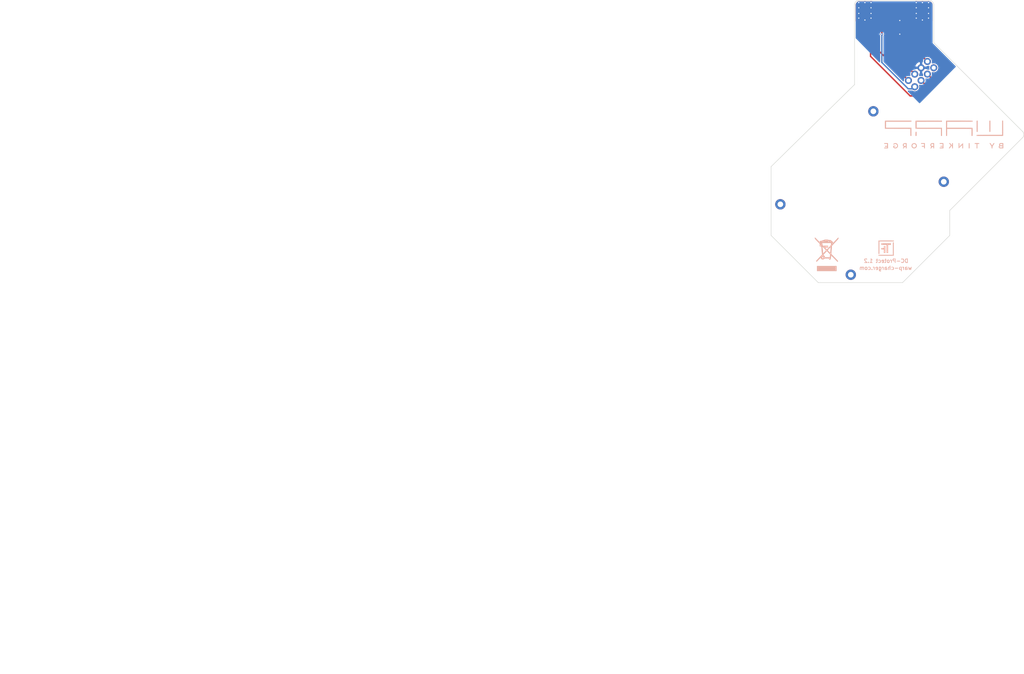
<source format=kicad_pcb>
(kicad_pcb (version 20171130) (host pcbnew 5.1.12-84ad8e8a86~92~ubuntu20.04.1)

  (general
    (thickness 1.6)
    (drawings 17)
    (tracks 60)
    (zones 0)
    (modules 5)
    (nets 9)
  )

  (page A4)
  (title_block
    (title "DC Protect")
    (date 2021-02-23)
    (rev 1.0)
    (company "Tinkerforge GmbH")
    (comment 1 "Licensed under CERN OHL v.1.1")
    (comment 2 "Copyright (©) 2020, T.Schneidermann <tim@tinkerforge.com>")
  )

  (layers
    (0 F.Cu signal)
    (31 B.Cu signal)
    (32 B.Adhes user)
    (33 F.Adhes user)
    (34 B.Paste user)
    (35 F.Paste user)
    (36 B.SilkS user)
    (37 F.SilkS user)
    (38 B.Mask user)
    (39 F.Mask user)
    (40 Dwgs.User user)
    (41 Cmts.User user)
    (42 Eco1.User user)
    (43 Eco2.User user)
    (44 Edge.Cuts user)
    (45 Margin user)
    (46 B.CrtYd user)
    (47 F.CrtYd user)
    (48 B.Fab user)
    (49 F.Fab user)
  )

  (setup
    (last_trace_width 0.25)
    (user_trace_width 0.2)
    (user_trace_width 0.3)
    (user_trace_width 0.5)
    (user_trace_width 0.8)
    (user_trace_width 1)
    (trace_clearance 0.149)
    (zone_clearance 0.2)
    (zone_45_only no)
    (trace_min 0.2)
    (via_size 0.55)
    (via_drill 0.25)
    (via_min_size 0.55)
    (via_min_drill 0.25)
    (user_via 0.55 0.25)
    (uvia_size 0.3)
    (uvia_drill 0.1)
    (uvias_allowed no)
    (uvia_min_size 0.2)
    (uvia_min_drill 0.1)
    (edge_width 0.1)
    (segment_width 0.2)
    (pcb_text_width 0.3)
    (pcb_text_size 1.5 1.5)
    (mod_edge_width 0.15)
    (mod_text_size 1 1)
    (mod_text_width 0.15)
    (pad_size 1.8 2.8)
    (pad_drill 0)
    (pad_to_mask_clearance 0)
    (aux_axis_origin 196.3 93.4)
    (grid_origin 196.3 93.4)
    (visible_elements 7FFFFFFF)
    (pcbplotparams
      (layerselection 0x010fc_ffffffff)
      (usegerberextensions true)
      (usegerberattributes false)
      (usegerberadvancedattributes false)
      (creategerberjobfile false)
      (excludeedgelayer true)
      (linewidth 0.100000)
      (plotframeref false)
      (viasonmask false)
      (mode 1)
      (useauxorigin false)
      (hpglpennumber 1)
      (hpglpenspeed 20)
      (hpglpendiameter 15.000000)
      (psnegative false)
      (psa4output false)
      (plotreference false)
      (plotvalue false)
      (plotinvisibletext false)
      (padsonsilk false)
      (subtractmaskfromsilk true)
      (outputformat 1)
      (mirror false)
      (drillshape 0)
      (scaleselection 1)
      (outputdirectory "pcb/"))
  )

  (net 0 "")
  (net 1 "Net-(P1-Pad4)")
  (net 2 "Net-(P1-Pad2)")
  (net 3 "Net-(P1-Pad6)")
  (net 4 "Net-(P1-Pad1)")
  (net 5 "Net-(P1-Pad3)")
  (net 6 "Net-(P1-Pad7)")
  (net 7 "Net-(U1-Pad8)")
  (net 8 GND)

  (net_class Default "Dies ist die voreingestellte Netzklasse."
    (clearance 0.149)
    (trace_width 0.25)
    (via_dia 0.55)
    (via_drill 0.25)
    (uvia_dia 0.3)
    (uvia_drill 0.1)
    (add_net GND)
    (add_net "Net-(P1-Pad1)")
    (add_net "Net-(P1-Pad2)")
    (add_net "Net-(P1-Pad3)")
    (add_net "Net-(P1-Pad4)")
    (add_net "Net-(P1-Pad6)")
    (add_net "Net-(P1-Pad7)")
    (add_net "Net-(U1-Pad8)")
  )

  (module kicad-libraries:DC-Protect (layer F.Cu) (tedit 61B85426) (tstamp 61B8538F)
    (at 196.3 93.4 135)
    (path /603506D1)
    (fp_text reference U1 (at 0 0.499999 315) (layer F.Fab)
      (effects (font (size 1 1) (thickness 0.15)))
    )
    (fp_text value DC-Protect (at 0 -0.499999 315) (layer F.Fab)
      (effects (font (size 1 1) (thickness 0.15)))
    )
    (fp_circle (center 0 0) (end 17 0) (layer F.Fab) (width 0.12))
    (fp_circle (center 0 0) (end 6.75 0) (layer F.Fab) (width 0.12))
    (fp_line (start 15.25 32) (end -15.25 32) (layer F.Fab) (width 0.12))
    (fp_line (start -15.25 32) (end -15.25 14.5) (layer F.Fab) (width 0.12))
    (fp_line (start -15.25 14.5) (end -9 14.5) (layer F.Fab) (width 0.12))
    (fp_line (start 15.25 32) (end 15.25 14.5) (layer F.Fab) (width 0.12))
    (fp_line (start 15.25 14.5) (end 9 14.5) (layer F.Fab) (width 0.12))
    (pad 1 thru_hole circle (at 9.935 23.84 135) (size 1.5 1.5) (drill 0.85) (layers *.Cu *.Mask)
      (net 4 "Net-(P1-Pad1)"))
    (pad 3 thru_hole circle (at 9.935 25.74 135) (size 1.5 1.5) (drill 0.85) (layers *.Cu *.Mask)
      (net 5 "Net-(P1-Pad3)"))
    (pad 5 thru_hole circle (at 9.935 27.64 135) (size 1.5 1.5) (drill 0.85) (layers *.Cu *.Mask)
      (net 8 GND))
    (pad 2 thru_hole circle (at 8.035 23.84 135) (size 1.5 1.5) (drill 0.85) (layers *.Cu *.Mask)
      (net 2 "Net-(P1-Pad2)"))
    (pad 4 thru_hole circle (at 8.035 25.74 135) (size 1.5 1.5) (drill 0.85) (layers *.Cu *.Mask)
      (net 1 "Net-(P1-Pad4)"))
    (pad 6 thru_hole circle (at 8.035 27.64 135) (size 1.5 1.5) (drill 0.85) (layers *.Cu *.Mask)
      (net 3 "Net-(P1-Pad6)"))
    (pad "" np_thru_hole circle (at 0 0 135) (size 20 20) (drill 20) (layers *.Cu *.Mask))
    (pad "" thru_hole circle (at 10.565 -13.95 135) (size 2.2 2.2) (drill 1.2) (layers *.Cu *.Mask))
    (pad "" thru_hole circle (at -10.565 -13.95 135) (size 2.2 2.2) (drill 1.2) (layers *.Cu *.Mask))
    (pad "" thru_hole circle (at -10.565 13.95 135) (size 2.2 2.2) (drill 1.2) (layers *.Cu *.Mask))
    (pad "" thru_hole circle (at 10.565 13.95 135) (size 2.2 2.2) (drill 1.2) (layers *.Cu *.Mask))
    (pad 8 thru_hole circle (at 8.035 29.54 135) (size 1.5 1.5) (drill 0.85) (layers *.Cu *.Mask)
      (net 7 "Net-(U1-Pad8)"))
    (pad 7 thru_hole circle (at 9.935 29.54 135) (size 1.5 1.5) (drill 0.85) (layers *.Cu *.Mask)
      (net 6 "Net-(P1-Pad7)"))
    (model ../3d/Sensors_Detectors/4641-X900.wrl
      (at (xyz 0 0 0))
      (scale (xyz 1 1 1))
      (rotate (xyz 0 0 0))
    )
  )

  (module kicad-libraries:Logo_31x31 (layer B.Cu) (tedit 0) (tstamp 61446CD4)
    (at 201.4 105.1 180)
    (fp_text reference G*** (at 0 0) (layer B.SilkS) hide
      (effects (font (size 1.524 1.524) (thickness 0.3)) (justify mirror))
    )
    (fp_text value LOGO (at 0.75 0) (layer B.SilkS) hide
      (effects (font (size 1.524 1.524) (thickness 0.3)) (justify mirror))
    )
    (fp_poly (pts (xy -1.433286 -1.42119) (xy 1.614714 -1.42119) (xy 1.614714 -1.608666) (xy -1.62681 -1.608666)
      (xy -1.62681 1.239762) (xy -1.433286 1.239762) (xy -1.433286 -1.42119)) (layer B.SilkS) (width 0.01))
    (fp_poly (pts (xy 1.614714 -1.221619) (xy 1.427238 -1.221619) (xy 1.427238 1.439334) (xy -1.62681 1.439334)
      (xy -1.62681 1.62681) (xy 1.614714 1.62681) (xy 1.614714 -1.221619)) (layer B.SilkS) (width 0.01))
    (fp_poly (pts (xy 1.016 0.701524) (xy -0.090715 0.701524) (xy -0.090715 -1.016) (xy -0.429381 -1.016)
      (xy -0.429381 0.701524) (xy -1.028096 0.701524) (xy -1.028096 1.034143) (xy 1.016 1.034143)
      (xy 1.016 0.701524)) (layer B.SilkS) (width 0.01))
    (fp_poly (pts (xy 0.483809 0.030238) (xy 1.016 0.030238) (xy 1.016 -0.27819) (xy 0.483809 -0.27819)
      (xy 0.483809 -1.016) (xy 0.145142 -1.016) (xy 0.145142 0.459619) (xy 0.483809 0.459619)
      (xy 0.483809 0.030238)) (layer B.SilkS) (width 0.01))
  )

  (module kicad-libraries:LogoWARP_25x6 (layer B.Cu) (tedit 0) (tstamp 61446B11)
    (at 213.6 81 180)
    (fp_text reference G*** (at 0 0) (layer B.SilkS) hide
      (effects (font (size 1.524 1.524) (thickness 0.3)) (justify mirror))
    )
    (fp_text value LOGO (at 0.75 0) (layer B.SilkS) hide
      (effects (font (size 1.524 1.524) (thickness 0.3)) (justify mirror))
    )
    (fp_poly (pts (xy -11.956672 -1.847981) (xy -11.879818 -1.8999) (xy -11.823737 -1.96619) (xy -11.788839 -2.04634)
      (xy -11.784601 -2.063257) (xy -11.777491 -2.100872) (xy -11.775854 -2.1334) (xy -11.780312 -2.169592)
      (xy -11.791486 -2.218197) (xy -11.797148 -2.239949) (xy -11.825348 -2.346698) (xy -11.792184 -2.379862)
      (xy -11.767741 -2.410686) (xy -11.741509 -2.453243) (xy -11.727984 -2.479688) (xy -11.701834 -2.563542)
      (xy -11.69987 -2.64723) (xy -11.721055 -2.727608) (xy -11.764353 -2.801529) (xy -11.828725 -2.865848)
      (xy -11.863404 -2.890262) (xy -11.877789 -2.899055) (xy -11.891937 -2.905988) (xy -11.908897 -2.911281)
      (xy -11.931719 -2.915156) (xy -11.963451 -2.917833) (xy -12.007143 -2.919535) (xy -12.065843 -2.920482)
      (xy -12.142603 -2.920896) (xy -12.240469 -2.920997) (xy -12.287132 -2.921) (xy -12.662167 -2.921)
      (xy -12.660357 -2.616949) (xy -12.4841 -2.616949) (xy -12.4841 -2.7559) (xy -12.22947 -2.7559)
      (xy -12.13512 -2.755451) (xy -12.062995 -2.753975) (xy -12.009935 -2.751272) (xy -11.972779 -2.747147)
      (xy -11.948366 -2.741401) (xy -11.939842 -2.737802) (xy -11.903608 -2.706041) (xy -11.881992 -2.660344)
      (xy -11.874956 -2.607523) (xy -11.882463 -2.554386) (xy -11.904474 -2.507744) (xy -11.940952 -2.474406)
      (xy -11.941307 -2.474209) (xy -11.962442 -2.469371) (xy -12.00374 -2.465303) (xy -12.060252 -2.462062)
      (xy -12.127031 -2.459705) (xy -12.199126 -2.458286) (xy -12.27159 -2.457863) (xy -12.339474 -2.458491)
      (xy -12.397829 -2.460227) (xy -12.441707 -2.463127) (xy -12.466159 -2.467247) (xy -12.468288 -2.468226)
      (xy -12.476209 -2.483507) (xy -12.481301 -2.519054) (xy -12.483777 -2.576856) (xy -12.4841 -2.616949)
      (xy -12.660357 -2.616949) (xy -12.658859 -2.365375) (xy -12.657525 -2.141308) (xy -12.4841 -2.141308)
      (xy -12.4841 -2.286) (xy -12.27392 -2.286) (xy -12.188971 -2.28544) (xy -12.125613 -2.283566)
      (xy -12.080059 -2.280082) (xy -12.04852 -2.274693) (xy -12.027209 -2.267104) (xy -12.026485 -2.266735)
      (xy -11.984694 -2.232854) (xy -11.959893 -2.187303) (xy -11.951606 -2.13596) (xy -11.959358 -2.084704)
      (xy -11.982675 -2.039413) (xy -12.021082 -2.005967) (xy -12.048465 -1.99475) (xy -12.077778 -1.990076)
      (xy -12.12509 -1.986306) (xy -12.184521 -1.98352) (xy -12.250193 -1.981803) (xy -12.316228 -1.981236)
      (xy -12.376746 -1.981902) (xy -12.425871 -1.983884) (xy -12.457722 -1.987264) (xy -12.464012 -1.988908)
      (xy -12.472917 -1.996289) (xy -12.478812 -2.013145) (xy -12.482261 -2.043746) (xy -12.483825 -2.092364)
      (xy -12.4841 -2.141308) (xy -12.657525 -2.141308) (xy -12.65555 -1.80975) (xy -12.031403 -1.80975)
      (xy -11.956672 -1.847981)) (layer B.SilkS) (width 0.01))
    (fp_poly (pts (xy -9.755319 -1.804992) (xy -9.741087 -1.809716) (xy -9.7409 -1.810531) (xy -9.747361 -1.822718)
      (xy -9.765627 -1.85368) (xy -9.79402 -1.900667) (xy -9.830865 -1.960926) (xy -9.874486 -2.031707)
      (xy -9.923206 -2.110257) (xy -9.936248 -2.131206) (xy -9.987435 -2.213607) (xy -10.035239 -2.291022)
      (xy -10.077707 -2.360251) (xy -10.112886 -2.418097) (xy -10.138824 -2.461362) (xy -10.153567 -2.486847)
      (xy -10.154829 -2.4892) (xy -10.164414 -2.512247) (xy -10.171474 -2.542211) (xy -10.176545 -2.583604)
      (xy -10.180162 -2.64094) (xy -10.182861 -2.718733) (xy -10.183089 -2.727325) (xy -10.188115 -2.921)
      (xy -10.359504 -2.921) (xy -10.358894 -2.740025) (xy -10.359323 -2.66102) (xy -10.36151 -2.602612)
      (xy -10.365882 -2.560033) (xy -10.372868 -2.528512) (xy -10.379507 -2.510556) (xy -10.391791 -2.486952)
      (xy -10.41556 -2.445225) (xy -10.448796 -2.388764) (xy -10.489484 -2.320962) (xy -10.535607 -2.245209)
      (xy -10.583434 -2.167656) (xy -10.642933 -2.071672) (xy -10.690298 -1.994947) (xy -10.726869 -1.935206)
      (xy -10.753989 -1.890177) (xy -10.772997 -1.857586) (xy -10.785233 -1.835159) (xy -10.792039 -1.820624)
      (xy -10.794755 -1.811706) (xy -10.795 -1.808878) (xy -10.783405 -1.805386) (xy -10.752817 -1.804412)
      (xy -10.709536 -1.80612) (xy -10.703638 -1.806524) (xy -10.650281 -1.81211) (xy -10.616356 -1.820673)
      (xy -10.595929 -1.83388) (xy -10.592513 -1.837755) (xy -10.58018 -1.855582) (xy -10.556829 -1.891521)
      (xy -10.52471 -1.942025) (xy -10.486071 -2.003547) (xy -10.443164 -2.072539) (xy -10.4267 -2.099178)
      (xy -10.383846 -2.168208) (xy -10.345383 -2.229346) (xy -10.313308 -2.279482) (xy -10.289623 -2.315505)
      (xy -10.276326 -2.334303) (xy -10.2743 -2.336315) (xy -10.266052 -2.326153) (xy -10.246271 -2.297385)
      (xy -10.216883 -2.252948) (xy -10.179814 -2.195776) (xy -10.13699 -2.128807) (xy -10.10481 -2.077972)
      (xy -9.941669 -1.819219) (xy -9.883962 -1.811309) (xy -9.832814 -1.805822) (xy -9.787914 -1.803705)
      (xy -9.755319 -1.804992)) (layer B.SilkS) (width 0.01))
    (fp_poly (pts (xy -6.997853 -1.80274) (xy -6.906202 -1.803379) (xy -6.821114 -1.804628) (xy -6.746142 -1.806495)
      (xy -6.684836 -1.808989) (xy -6.640746 -1.812117) (xy -6.617424 -1.815887) (xy -6.615866 -1.816546)
      (xy -6.599082 -1.833189) (xy -6.592007 -1.863864) (xy -6.5913 -1.885358) (xy -6.591453 -1.920619)
      (xy -6.594304 -1.945971) (xy -6.603445 -1.963046) (xy -6.622466 -1.973476) (xy -6.654959 -1.978892)
      (xy -6.704515 -1.980927) (xy -6.774725 -1.981211) (xy -6.802209 -1.9812) (xy -6.9977 -1.9812)
      (xy -6.9977 -2.921) (xy -7.1628 -2.921) (xy -7.1628 -1.9812) (xy -7.351942 -1.9812)
      (xy -7.426485 -1.980844) (xy -7.479396 -1.979521) (xy -7.514437 -1.976847) (xy -7.535369 -1.972438)
      (xy -7.545953 -1.96591) (xy -7.548792 -1.961111) (xy -7.555233 -1.92899) (xy -7.556225 -1.888257)
      (xy -7.552314 -1.849264) (xy -7.544047 -1.822366) (xy -7.541261 -1.81864) (xy -7.52493 -1.814685)
      (xy -7.486756 -1.811276) (xy -7.430289 -1.808421) (xy -7.359081 -1.806128) (xy -7.276683 -1.804406)
      (xy -7.186645 -1.803262) (xy -7.092518 -1.802704) (xy -6.997853 -1.80274)) (layer B.SilkS) (width 0.01))
    (fp_poly (pts (xy -5.426032 -1.809876) (xy -5.412912 -1.810028) (xy -5.369709 -1.814721) (xy -5.346573 -1.82858)
      (xy -5.346432 -1.8288) (xy -5.34359 -1.845844) (xy -5.341036 -1.886169) (xy -5.338817 -1.947659)
      (xy -5.336977 -2.028195) (xy -5.335566 -2.12566) (xy -5.334628 -2.237937) (xy -5.33421 -2.362908)
      (xy -5.334195 -2.384425) (xy -5.334 -2.921) (xy -5.5118 -2.921) (xy -5.5118 -2.374501)
      (xy -5.511906 -2.239766) (xy -5.511966 -2.128247) (xy -5.5116 -2.037762) (xy -5.510426 -1.966129)
      (xy -5.508059 -1.911165) (xy -5.50412 -1.870688) (xy -5.498224 -1.842518) (xy -5.489991 -1.82447)
      (xy -5.479037 -1.814365) (xy -5.464981 -1.810018) (xy -5.44744 -1.80925) (xy -5.426032 -1.809876)) (layer B.SilkS) (width 0.01))
    (fp_poly (pts (xy -3.175 -1.808621) (xy -3.175 -2.36481) (xy -3.175259 -2.515724) (xy -3.176045 -2.641834)
      (xy -3.177372 -2.743731) (xy -3.179254 -2.822005) (xy -3.181705 -2.877247) (xy -3.184741 -2.910048)
      (xy -3.188375 -2.920998) (xy -3.188416 -2.921) (xy -3.200192 -2.912457) (xy -3.228168 -2.888078)
      (xy -3.270335 -2.849732) (xy -3.324683 -2.79929) (xy -3.389202 -2.738621) (xy -3.461882 -2.669597)
      (xy -3.540714 -2.594087) (xy -3.5705 -2.5654) (xy -3.651005 -2.488017) (xy -3.726012 -2.416437)
      (xy -3.793523 -2.352527) (xy -3.851539 -2.298156) (xy -3.898061 -2.255193) (xy -3.931092 -2.225507)
      (xy -3.948632 -2.210967) (xy -3.950785 -2.2098) (xy -3.95402 -2.22206) (xy -3.95685 -2.257084)
      (xy -3.959189 -2.312241) (xy -3.960951 -2.384895) (xy -3.962049 -2.472414) (xy -3.9624 -2.5654)
      (xy -3.9624 -2.921) (xy -4.1275 -2.921) (xy -4.1275 -2.375649) (xy -4.127286 -2.260463)
      (xy -4.126672 -2.153299) (xy -4.125704 -2.056789) (xy -4.124428 -1.973564) (xy -4.12289 -1.906253)
      (xy -4.121134 -1.857489) (xy -4.119206 -1.829902) (xy -4.117975 -1.824603) (xy -4.107051 -1.831854)
      (xy -4.079789 -1.854922) (xy -4.038151 -1.892011) (xy -3.984101 -1.941322) (xy -3.919599 -2.001059)
      (xy -3.846609 -2.069424) (xy -3.767091 -2.144619) (xy -3.72745 -2.182353) (xy -3.34645 -2.5458)
      (xy -3.343071 -2.191529) (xy -3.341525 -2.079192) (xy -3.339243 -1.98499) (xy -3.336296 -1.910535)
      (xy -3.332757 -1.857437) (xy -3.328698 -1.827308) (xy -3.326464 -1.821322) (xy -3.305111 -1.811615)
      (xy -3.265144 -1.807086) (xy -3.244119 -1.807003) (xy -3.175 -1.808621)) (layer B.SilkS) (width 0.01))
    (fp_poly (pts (xy -1.858153 -1.810177) (xy -1.827396 -1.820618) (xy -1.821852 -1.824862) (xy -1.814793 -1.836949)
      (xy -1.809695 -1.85924) (xy -1.806289 -1.895169) (xy -1.804305 -1.948171) (xy -1.803472 -2.021682)
      (xy -1.8034 -2.059563) (xy -1.8034 -2.275813) (xy -1.724818 -2.207881) (xy -1.688176 -2.173967)
      (xy -1.64008 -2.126228) (xy -1.585745 -2.070007) (xy -1.530388 -2.010644) (xy -1.506845 -1.984675)
      (xy -1.44012 -1.912514) (xy -1.387727 -1.860699) (xy -1.349285 -1.828873) (xy -1.328252 -1.817543)
      (xy -1.300877 -1.812483) (xy -1.261632 -1.808915) (xy -1.217747 -1.806994) (xy -1.176451 -1.806872)
      (xy -1.144975 -1.8087) (xy -1.130548 -1.812633) (xy -1.1303 -1.813365) (xy -1.136252 -1.823793)
      (xy -1.154804 -1.846923) (xy -1.187007 -1.883942) (xy -1.233907 -1.936036) (xy -1.296553 -2.00439)
      (xy -1.354344 -2.066869) (xy -1.412823 -2.130866) (xy -1.454892 -2.180354) (xy -1.48204 -2.218849)
      (xy -1.495752 -2.249868) (xy -1.497515 -2.276925) (xy -1.488817 -2.303538) (xy -1.471144 -2.333223)
      (xy -1.46858 -2.337026) (xy -1.45388 -2.359538) (xy -1.428245 -2.399676) (xy -1.394151 -2.453495)
      (xy -1.354074 -2.517052) (xy -1.31049 -2.586402) (xy -1.265875 -2.6576) (xy -1.222706 -2.726703)
      (xy -1.183459 -2.789766) (xy -1.150609 -2.842844) (xy -1.131875 -2.873375) (xy -1.102829 -2.921)
      (xy -1.20864 -2.920547) (xy -1.31445 -2.920094) (xy -1.413145 -2.752272) (xy -1.454086 -2.683289)
      (xy -1.496885 -2.612251) (xy -1.537021 -2.546596) (xy -1.569971 -2.493767) (xy -1.57604 -2.484241)
      (xy -1.64024 -2.384033) (xy -1.710531 -2.452491) (xy -1.750696 -2.493566) (xy -1.779199 -2.529771)
      (xy -1.798015 -2.566888) (xy -1.809115 -2.610698) (xy -1.814473 -2.666981) (xy -1.816061 -2.741519)
      (xy -1.8161 -2.761842) (xy -1.8161 -2.921) (xy -1.9812 -2.921) (xy -1.9812 -2.376455)
      (xy -1.981046 -2.238313) (xy -1.980545 -2.123654) (xy -1.979642 -2.030562) (xy -1.978281 -1.957121)
      (xy -1.976406 -1.901416) (xy -1.973961 -1.861531) (xy -1.970891 -1.83555) (xy -1.96714 -1.821557)
      (xy -1.964937 -1.818412) (xy -1.938305 -1.808561) (xy -1.898917 -1.805987) (xy -1.858153 -1.810177)) (layer B.SilkS) (width 0.01))
    (fp_poly (pts (xy 0.580022 -1.803346) (xy 0.656651 -1.80481) (xy 0.722486 -1.80709) (xy 0.773506 -1.8102)
      (xy 0.805689 -1.814156) (xy 0.813634 -1.816546) (xy 0.829654 -1.831782) (xy 0.836964 -1.859669)
      (xy 0.8382 -1.890206) (xy 0.835173 -1.92932) (xy 0.827515 -1.958626) (xy 0.82296 -1.965959)
      (xy 0.809131 -1.971271) (xy 0.778324 -1.975349) (xy 0.728688 -1.978284) (xy 0.658368 -1.980163)
      (xy 0.565514 -1.981077) (xy 0.50546 -1.9812) (xy 0.2032 -1.9812) (xy 0.2032 -2.4003)
      (xy 0.6604 -2.4003) (xy 0.6604 -2.5654) (xy 0.464376 -2.5654) (xy 0.393808 -2.566184)
      (xy 0.330056 -2.568346) (xy 0.278461 -2.571596) (xy 0.244361 -2.575644) (xy 0.235776 -2.577785)
      (xy 0.218173 -2.586446) (xy 0.208394 -2.599928) (xy 0.204162 -2.624885) (xy 0.203203 -2.667968)
      (xy 0.2032 -2.673035) (xy 0.2032 -2.7559) (xy 0.8255 -2.7559) (xy 0.8255 -2.921)
      (xy 0.029408 -2.921) (xy 0.035026 -2.378075) (xy 0.036493 -2.244837) (xy 0.037953 -2.134756)
      (xy 0.039509 -2.04559) (xy 0.041264 -1.975093) (xy 0.043322 -1.921025) (xy 0.045787 -1.881141)
      (xy 0.048762 -1.853199) (xy 0.052352 -1.834956) (xy 0.056659 -1.824169) (xy 0.060849 -1.819275)
      (xy 0.079094 -1.814732) (xy 0.11871 -1.81089) (xy 0.175675 -1.807762) (xy 0.245969 -1.805363)
      (xy 0.325571 -1.803707) (xy 0.410461 -1.802809) (xy 0.496618 -1.802684) (xy 0.580022 -1.803346)) (layer B.SilkS) (width 0.01))
    (fp_poly (pts (xy 2.253372 -1.813291) (xy 2.292836 -1.814776) (xy 2.378149 -1.818656) (xy 2.442629 -1.822683)
      (xy 2.490837 -1.827445) (xy 2.527336 -1.833534) (xy 2.556688 -1.841538) (xy 2.583455 -1.852049)
      (xy 2.58445 -1.852491) (xy 2.65957 -1.897997) (xy 2.725749 -1.960811) (xy 2.775564 -2.033575)
      (xy 2.783415 -2.049794) (xy 2.805843 -2.123201) (xy 2.814441 -2.206029) (xy 2.809228 -2.288875)
      (xy 2.790225 -2.36233) (xy 2.782695 -2.379411) (xy 2.744063 -2.441602) (xy 2.692803 -2.502226)
      (xy 2.638137 -2.550569) (xy 2.631155 -2.555464) (xy 2.601661 -2.575429) (xy 2.71053 -2.74252)
      (xy 2.747707 -2.799922) (xy 2.779424 -2.849551) (xy 2.803322 -2.887661) (xy 2.817038 -2.910503)
      (xy 2.8194 -2.915305) (xy 2.807681 -2.917899) (xy 2.776447 -2.919874) (xy 2.73158 -2.920915)
      (xy 2.713328 -2.921) (xy 2.607257 -2.921) (xy 2.551403 -2.816864) (xy 2.505557 -2.737748)
      (xy 2.463555 -2.680199) (xy 2.422477 -2.641298) (xy 2.379407 -2.618128) (xy 2.343799 -2.609283)
      (xy 2.296002 -2.605978) (xy 2.249804 -2.608745) (xy 2.236351 -2.611279) (xy 2.19075 -2.62255)
      (xy 2.187171 -2.771775) (xy 2.183593 -2.921) (xy 2.0193 -2.921) (xy 2.0193 -2.4384)
      (xy 2.183813 -2.4384) (xy 2.330662 -2.4384) (xy 2.399145 -2.437633) (xy 2.448264 -2.434819)
      (xy 2.484025 -2.42919) (xy 2.512432 -2.419977) (xy 2.526736 -2.413287) (xy 2.584868 -2.370799)
      (xy 2.624407 -2.315145) (xy 2.644632 -2.251209) (xy 2.64482 -2.183874) (xy 2.624248 -2.118025)
      (xy 2.582194 -2.058546) (xy 2.579594 -2.055905) (xy 2.538823 -2.02248) (xy 2.4919 -2.000141)
      (xy 2.433625 -1.987509) (xy 2.358797 -1.983203) (xy 2.30827 -1.983897) (xy 2.19075 -1.98755)
      (xy 2.187281 -2.212975) (xy 2.183813 -2.4384) (xy 2.0193 -2.4384) (xy 2.0193 -2.375346)
      (xy 2.019353 -2.243035) (xy 2.019576 -2.133849) (xy 2.020062 -2.045511) (xy 2.020901 -1.975747)
      (xy 2.022189 -1.922282) (xy 2.024016 -1.882839) (xy 2.026475 -1.855144) (xy 2.02966 -1.836922)
      (xy 2.033663 -1.825896) (xy 2.038576 -1.819791) (xy 2.042011 -1.817538) (xy 2.063669 -1.813465)
      (xy 2.10793 -1.811379) (xy 2.172072 -1.811311) (xy 2.253372 -1.813291)) (layer B.SilkS) (width 0.01))
    (fp_poly (pts (xy 4.385157 -1.807102) (xy 4.400207 -1.807197) (xy 4.509458 -1.80799) (xy 4.595963 -1.809018)
      (xy 4.662376 -1.810823) (xy 4.711351 -1.813942) (xy 4.745539 -1.818917) (xy 4.767594 -1.826285)
      (xy 4.78017 -1.836588) (xy 4.785919 -1.850363) (xy 4.787494 -1.86815) (xy 4.787532 -1.88595)
      (xy 4.78492 -1.92442) (xy 4.779895 -1.952625) (xy 4.772237 -1.9812) (xy 4.1529 -1.9812)
      (xy 4.1529 -2.4003) (xy 4.6101 -2.4003) (xy 4.6101 -2.5781) (xy 4.1529 -2.5781)
      (xy 4.1529 -2.921) (xy 3.9751 -2.921) (xy 3.9751 -1.828171) (xy 4.006038 -1.816408)
      (xy 4.026439 -1.813453) (xy 4.068687 -1.810948) (xy 4.129233 -1.808978) (xy 4.204526 -1.807625)
      (xy 4.291018 -1.806972) (xy 4.385157 -1.807102)) (layer B.SilkS) (width 0.01))
    (fp_poly (pts (xy 6.285471 -1.818408) (xy 6.39401 -1.833062) (xy 6.49037 -1.867322) (xy 6.579218 -1.923297)
      (xy 6.643116 -1.980184) (xy 6.7156 -2.064734) (xy 6.765163 -2.152483) (xy 6.794193 -2.248796)
      (xy 6.804579 -2.34315) (xy 6.798208 -2.466478) (xy 6.769041 -2.578969) (xy 6.71772 -2.679569)
      (xy 6.644888 -2.767227) (xy 6.551186 -2.840893) (xy 6.474722 -2.883004) (xy 6.437907 -2.899564)
      (xy 6.406397 -2.910465) (xy 6.373161 -2.91688) (xy 6.331165 -2.919982) (xy 6.273378 -2.920942)
      (xy 6.246931 -2.920989) (xy 6.182683 -2.920644) (xy 6.136772 -2.91872) (xy 6.102135 -2.913899)
      (xy 6.071711 -2.904864) (xy 6.038437 -2.890296) (xy 6.011642 -2.87709) (xy 5.909239 -2.813053)
      (xy 5.825628 -2.734552) (xy 5.761365 -2.64449) (xy 5.717005 -2.545765) (xy 5.693105 -2.441279)
      (xy 5.691773 -2.391735) (xy 5.869509 -2.391735) (xy 5.884066 -2.487489) (xy 5.918243 -2.569775)
      (xy 5.974217 -2.643587) (xy 5.983461 -2.653073) (xy 6.052904 -2.70534) (xy 6.135684 -2.73962)
      (xy 6.226191 -2.754842) (xy 6.318818 -2.749937) (xy 6.390798 -2.730757) (xy 6.472401 -2.689859)
      (xy 6.536267 -2.633368) (xy 6.586701 -2.557357) (xy 6.591667 -2.547528) (xy 6.623591 -2.456002)
      (xy 6.632728 -2.361303) (xy 6.619649 -2.268126) (xy 6.584922 -2.181166) (xy 6.539362 -2.116272)
      (xy 6.468128 -2.053312) (xy 6.386216 -2.0111) (xy 6.297756 -1.989748) (xy 6.20688 -1.989365)
      (xy 6.117719 -2.010065) (xy 6.034402 -2.051959) (xy 5.974521 -2.101021) (xy 5.919755 -2.166885)
      (xy 5.885664 -2.236809) (xy 5.870092 -2.316761) (xy 5.869509 -2.391735) (xy 5.691773 -2.391735)
      (xy 5.690219 -2.333934) (xy 5.708904 -2.22663) (xy 5.749714 -2.122267) (xy 5.813206 -2.023748)
      (xy 5.841773 -1.990215) (xy 5.928038 -1.913761) (xy 6.0267 -1.859389) (xy 6.137293 -1.82728)
      (xy 6.259353 -1.817615) (xy 6.285471 -1.818408)) (layer B.SilkS) (width 0.01))
    (fp_poly (pts (xy 8.003922 -1.811276) (xy 8.087832 -1.813434) (xy 8.128663 -1.815006) (xy 8.212642 -1.818746)
      (xy 8.275704 -1.822356) (xy 8.322318 -1.826478) (xy 8.356956 -1.831751) (xy 8.384087 -1.838815)
      (xy 8.408182 -1.848312) (xy 8.427816 -1.857856) (xy 8.509456 -1.912341) (xy 8.572522 -1.980862)
      (xy 8.616689 -2.059787) (xy 8.641632 -2.145486) (xy 8.647025 -2.234326) (xy 8.632544 -2.322678)
      (xy 8.597863 -2.406908) (xy 8.542658 -2.483387) (xy 8.488254 -2.532968) (xy 8.435033 -2.573605)
      (xy 8.541378 -2.744127) (xy 8.647722 -2.91465) (xy 8.55028 -2.918407) (xy 8.505706 -2.91978)
      (xy 8.473452 -2.917592) (xy 8.448942 -2.908431) (xy 8.427601 -2.888884) (xy 8.404854 -2.855537)
      (xy 8.376125 -2.804979) (xy 8.36076 -2.777037) (xy 8.314896 -2.703902) (xy 8.269048 -2.653231)
      (xy 8.220155 -2.622273) (xy 8.174157 -2.609442) (xy 8.122262 -2.606045) (xy 8.075685 -2.610678)
      (xy 8.041923 -2.622157) (xy 8.030784 -2.63208) (xy 8.027523 -2.649869) (xy 8.025399 -2.687159)
      (xy 8.024632 -2.738066) (xy 8.025118 -2.783503) (xy 8.02806 -2.921) (xy 7.8486 -2.921)
      (xy 7.8486 -2.4384) (xy 8.0264 -2.4384) (xy 8.166605 -2.4384) (xy 8.233982 -2.437535)
      (xy 8.282239 -2.434391) (xy 8.317617 -2.428139) (xy 8.346355 -2.417954) (xy 8.356036 -2.413287)
      (xy 8.412099 -2.371404) (xy 8.451342 -2.314605) (xy 8.472183 -2.248292) (xy 8.473041 -2.17787)
      (xy 8.452336 -2.108741) (xy 8.447772 -2.099746) (xy 8.415894 -2.059557) (xy 8.3692 -2.022853)
      (xy 8.317915 -1.99737) (xy 8.30858 -1.994458) (xy 8.274282 -1.988499) (xy 8.223607 -1.983937)
      (xy 8.16557 -1.981493) (xy 8.143875 -1.98127) (xy 8.0264 -1.9812) (xy 8.0264 -2.4384)
      (xy 7.8486 -2.4384) (xy 7.8486 -2.375346) (xy 7.848652 -2.243071) (xy 7.848871 -2.133919)
      (xy 7.84935 -2.045612) (xy 7.850182 -1.975874) (xy 7.851462 -1.922426) (xy 7.853282 -1.882992)
      (xy 7.855736 -1.855295) (xy 7.858918 -1.837057) (xy 7.86292 -1.826) (xy 7.867836 -1.819849)
      (xy 7.871488 -1.817444) (xy 7.893421 -1.813303) (xy 7.938343 -1.81124) (xy 8.003922 -1.811276)) (layer B.SilkS) (width 0.01))
    (fp_poly (pts (xy 10.297488 -1.821036) (xy 10.403955 -1.842668) (xy 10.505189 -1.884341) (xy 10.597599 -1.94615)
      (xy 10.6426 -1.987967) (xy 10.68705 -2.034256) (xy 10.6299 -2.083893) (xy 10.597593 -2.110445)
      (xy 10.572339 -2.128471) (xy 10.561589 -2.133565) (xy 10.546612 -2.125691) (xy 10.520121 -2.10543)
      (xy 10.499643 -2.087719) (xy 10.420753 -2.032423) (xy 10.332592 -1.998429) (xy 10.239802 -1.986519)
      (xy 10.147027 -1.997475) (xy 10.086719 -2.018205) (xy 10.017482 -2.060231) (xy 9.954513 -2.118957)
      (xy 9.904091 -2.187359) (xy 9.872724 -2.257616) (xy 9.85607 -2.356432) (xy 9.863078 -2.451028)
      (xy 9.892044 -2.53846) (xy 9.941262 -2.615784) (xy 10.009029 -2.680057) (xy 10.093638 -2.728333)
      (xy 10.157891 -2.750006) (xy 10.247229 -2.760945) (xy 10.336729 -2.747472) (xy 10.42844 -2.709276)
      (xy 10.429372 -2.708769) (xy 10.475854 -2.678549) (xy 10.501049 -2.647391) (xy 10.508561 -2.60931)
      (xy 10.506175 -2.581275) (xy 10.500017 -2.54) (xy 10.374144 -2.54) (xy 10.316448 -2.539643)
      (xy 10.279086 -2.537865) (xy 10.256994 -2.533608) (xy 10.245108 -2.525811) (xy 10.238364 -2.513414)
      (xy 10.237607 -2.511425) (xy 10.23268 -2.481202) (xy 10.233206 -2.440004) (xy 10.234746 -2.4257)
      (xy 10.24255 -2.36855) (xy 10.44575 -2.365395) (xy 10.515792 -2.364909) (xy 10.577338 -2.365612)
      (xy 10.625706 -2.367362) (xy 10.656217 -2.370019) (xy 10.66406 -2.372022) (xy 10.671813 -2.390281)
      (xy 10.677657 -2.433647) (xy 10.681568 -2.501896) (xy 10.682708 -2.541449) (xy 10.682938 -2.621408)
      (xy 10.677584 -2.682925) (xy 10.66361 -2.730726) (xy 10.637984 -2.769542) (xy 10.597669 -2.804101)
      (xy 10.539632 -2.839131) (xy 10.468201 -2.875731) (xy 10.427086 -2.89547) (xy 10.394345 -2.908423)
      (xy 10.362601 -2.916) (xy 10.324479 -2.919612) (xy 10.272607 -2.920673) (xy 10.233377 -2.920675)
      (xy 10.169159 -2.920043) (xy 10.123108 -2.917641) (xy 10.087994 -2.912196) (xy 10.056588 -2.902436)
      (xy 10.021663 -2.887088) (xy 10.009548 -2.881266) (xy 9.940098 -2.839473) (xy 9.870612 -2.783544)
      (xy 9.807584 -2.719802) (xy 9.75751 -2.654571) (xy 9.734668 -2.613676) (xy 9.699575 -2.507696)
      (xy 9.686318 -2.395114) (xy 9.694239 -2.281031) (xy 9.722682 -2.170551) (xy 9.770989 -2.068774)
      (xy 9.812375 -2.010137) (xy 9.891129 -1.933002) (xy 9.98261 -1.875428) (xy 10.083224 -1.837512)
      (xy 10.189381 -1.81935) (xy 10.297488 -1.821036)) (layer B.SilkS) (width 0.01))
    (fp_poly (pts (xy 12.316726 -1.804745) (xy 12.41144 -1.80612) (xy 12.488076 -1.808318) (xy 12.544594 -1.811268)
      (xy 12.578955 -1.814901) (xy 12.587991 -1.817326) (xy 12.602006 -1.829104) (xy 12.608537 -1.849535)
      (xy 12.609285 -1.885683) (xy 12.608535 -1.902598) (xy 12.60475 -1.97485) (xy 12.296775 -1.97825)
      (xy 11.9888 -1.981651) (xy 11.9888 -2.4003) (xy 12.197311 -2.4003) (xy 12.268756 -2.400753)
      (xy 12.332183 -2.402005) (xy 12.382838 -2.403896) (xy 12.41597 -2.406267) (xy 12.425911 -2.408008)
      (xy 12.437549 -2.418981) (xy 12.443845 -2.44407) (xy 12.445968 -2.488459) (xy 12.446 -2.496908)
      (xy 12.446 -2.5781) (xy 12.226289 -2.5781) (xy 12.134865 -2.578809) (xy 12.067167 -2.581007)
      (xy 12.021559 -2.584801) (xy 11.996407 -2.590297) (xy 11.991339 -2.59334) (xy 11.983017 -2.613699)
      (xy 11.977481 -2.6503) (xy 11.9761 -2.68224) (xy 11.9761 -2.7559) (xy 12.273511 -2.7559)
      (xy 12.358815 -2.756218) (xy 12.436294 -2.757112) (xy 12.502111 -2.758488) (xy 12.552429 -2.760253)
      (xy 12.583411 -2.762313) (xy 12.591011 -2.763608) (xy 12.603135 -2.775385) (xy 12.60941 -2.802289)
      (xy 12.6111 -2.846158) (xy 12.6111 -2.921) (xy 11.7983 -2.921) (xy 11.7983 -2.3876)
      (xy 11.798341 -2.257107) (xy 11.798537 -2.149644) (xy 11.798992 -2.062841) (xy 11.799814 -1.994328)
      (xy 11.801108 -1.941736) (xy 11.80298 -1.902694) (xy 11.805537 -1.874832) (xy 11.808884 -1.855781)
      (xy 11.813127 -1.84317) (xy 11.818373 -1.83463) (xy 11.823291 -1.829208) (xy 11.831831 -1.821881)
      (xy 11.84305 -1.816143) (xy 11.859909 -1.811801) (xy 11.885368 -1.808663) (xy 11.922386 -1.806535)
      (xy 11.973922 -1.805225) (xy 12.042937 -1.804539) (xy 12.132391 -1.804285) (xy 12.205973 -1.804261)
      (xy 12.316726 -1.804745)) (layer B.SilkS) (width 0.01))
    (fp_poly (pts (xy -12.514011 2.969499) (xy -12.505589 2.969167) (xy -12.41425 2.96545) (xy -12.411024 1.450975)
      (xy -12.407797 -0.0635) (xy -9.717989 -0.0635) (xy -9.394987 -0.063531) (xy -9.096586 -0.063627)
      (xy -8.821986 -0.063793) (xy -8.570389 -0.064033) (xy -8.340993 -0.064352) (xy -8.133002 -0.064754)
      (xy -7.945614 -0.065244) (xy -7.778032 -0.065827) (xy -7.629454 -0.066506) (xy -7.499083 -0.067286)
      (xy -7.386119 -0.068172) (xy -7.289763 -0.069168) (xy -7.209214 -0.070279) (xy -7.143675 -0.071509)
      (xy -7.092346 -0.072863) (xy -7.054426 -0.074345) (xy -7.029118 -0.07596) (xy -7.015622 -0.077712)
      (xy -7.012941 -0.078739) (xy -7.004217 -0.100401) (xy -6.99926 -0.13832) (xy -6.998167 -0.183622)
      (xy -7.001038 -0.22743) (xy -7.00797 -0.260869) (xy -7.010847 -0.267534) (xy -7.012698 -0.270293)
      (xy -7.015842 -0.272838) (xy -7.021272 -0.275176) (xy -7.029981 -0.277317) (xy -7.042962 -0.279269)
      (xy -7.061208 -0.281042) (xy -7.085712 -0.282643) (xy -7.117468 -0.284082) (xy -7.157468 -0.285367)
      (xy -7.206706 -0.286507) (xy -7.266174 -0.28751) (xy -7.336865 -0.288386) (xy -7.419774 -0.289143)
      (xy -7.515892 -0.289789) (xy -7.626212 -0.290333) (xy -7.751729 -0.290785) (xy -7.893435 -0.291152)
      (xy -8.052322 -0.291444) (xy -8.229385 -0.291669) (xy -8.425616 -0.291836) (xy -8.642008 -0.291953)
      (xy -8.879554 -0.292029) (xy -9.139248 -0.292073) (xy -9.422082 -0.292093) (xy -9.72905 -0.292099)
      (xy -9.817946 -0.2921) (xy -10.132197 -0.292092) (xy -10.422036 -0.292066) (xy -10.68845 -0.292012)
      (xy -10.932425 -0.291922) (xy -11.154951 -0.29179) (xy -11.357013 -0.291607) (xy -11.5396 -0.291365)
      (xy -11.703699 -0.291057) (xy -11.850297 -0.290674) (xy -11.980381 -0.29021) (xy -12.09494 -0.289655)
      (xy -12.19496 -0.289002) (xy -12.281429 -0.288244) (xy -12.355334 -0.287372) (xy -12.417663 -0.286379)
      (xy -12.469403 -0.285257) (xy -12.511541 -0.283998) (xy -12.545065 -0.282594) (xy -12.570963 -0.281038)
      (xy -12.590221 -0.279321) (xy -12.603827 -0.277435) (xy -12.612769 -0.275374) (xy -12.618034 -0.273129)
      (xy -12.620609 -0.270692) (xy -12.621024 -0.269875) (xy -12.622734 -0.253108) (xy -12.62424 -0.212884)
      (xy -12.625548 -0.151074) (xy -12.626665 -0.069549) (xy -12.627594 0.029822) (xy -12.628342 0.145167)
      (xy -12.628915 0.274617) (xy -12.629317 0.416299) (xy -12.629554 0.568345) (xy -12.629631 0.728884)
      (xy -12.629555 0.896044) (xy -12.62933 1.067956) (xy -12.628961 1.242748) (xy -12.628456 1.418551)
      (xy -12.627818 1.593493) (xy -12.627053 1.765705) (xy -12.626167 1.933315) (xy -12.625166 2.094454)
      (xy -12.624054 2.24725) (xy -12.622838 2.389833) (xy -12.621522 2.520333) (xy -12.620112 2.636878)
      (xy -12.618614 2.737599) (xy -12.617033 2.820625) (xy -12.615374 2.884086) (xy -12.613643 2.92611)
      (xy -12.611846 2.944827) (xy -12.611628 2.945415) (xy -12.601497 2.959694) (xy -12.586103 2.967516)
      (xy -12.559066 2.970308) (xy -12.514011 2.969499)) (layer B.SilkS) (width 0.01))
    (fp_poly (pts (xy -2.215852 2.957592) (xy -2.005464 2.957398) (xy -1.803412 2.957097) (xy -1.611103 2.956688)
      (xy -1.429941 2.956169) (xy -1.261332 2.955537) (xy -1.106683 2.954791) (xy -0.967398 2.953928)
      (xy -0.844884 2.952945) (xy -0.740546 2.951842) (xy -0.65579 2.950616) (xy -0.592021 2.949265)
      (xy -0.550646 2.947786) (xy -0.533069 2.946178) (xy -0.532728 2.946041) (xy -0.529101 2.943689)
      (xy -0.525849 2.939848) (xy -0.522955 2.933204) (xy -0.520401 2.922445) (xy -0.51817 2.906255)
      (xy -0.516244 2.883324) (xy -0.514606 2.852336) (xy -0.513238 2.811979) (xy -0.512122 2.760939)
      (xy -0.511242 2.697904) (xy -0.51058 2.621559) (xy -0.510118 2.530592) (xy -0.509839 2.423689)
      (xy -0.509726 2.299537) (xy -0.50976 2.156823) (xy -0.509924 1.994233) (xy -0.510202 1.810454)
      (xy -0.510575 1.604173) (xy -0.511026 1.374076) (xy -0.511127 1.323503) (xy -0.51435 -0.28575)
      (xy -0.609321 -0.289539) (xy -0.660509 -0.290529) (xy -0.692495 -0.287821) (xy -0.711337 -0.280418)
      (xy -0.720446 -0.271237) (xy -0.724039 -0.261075) (xy -0.727097 -0.240076) (xy -0.729656 -0.20658)
      (xy -0.731752 -0.158931) (xy -0.73342 -0.095471) (xy -0.734696 -0.014541) (xy -0.735616 0.085515)
      (xy -0.736215 0.206355) (xy -0.73653 0.349638) (xy -0.7366 0.478678) (xy -0.7366 1.2065)
      (xy -5.9182 1.2065) (xy -5.9182 -0.2921) (xy -6.01726 -0.2921) (xy -6.073031 -0.290087)
      (xy -6.11305 -0.284495) (xy -6.13156 -0.27686) (xy -6.134782 -0.26738) (xy -6.137561 -0.244929)
      (xy -6.139921 -0.20813) (xy -6.141888 -0.155608) (xy -6.143486 -0.085987) (xy -6.144739 0.002108)
      (xy -6.145672 0.110053) (xy -6.14631 0.239225) (xy -6.146678 0.390997) (xy -6.1468 0.566746)
      (xy -6.1468 0.573133) (xy -6.14675 0.740792) (xy -6.14657 0.884859) (xy -6.146218 1.007146)
      (xy -6.145653 1.10946) (xy -6.144831 1.19361) (xy -6.143711 1.261408) (xy -6.142251 1.31466)
      (xy -6.140407 1.355177) (xy -6.138139 1.384767) (xy -6.135403 1.405241) (xy -6.132158 1.418407)
      (xy -6.128361 1.426074) (xy -6.126843 1.427843) (xy -6.122846 1.430142) (xy -6.114972 1.43226)
      (xy -6.102226 1.434203) (xy -6.08361 1.435979) (xy -6.058129 1.437596) (xy -6.024785 1.43906)
      (xy -5.982582 1.44038) (xy -5.930522 1.441562) (xy -5.86761 1.442614) (xy -5.792847 1.443544)
      (xy -5.705239 1.444357) (xy -5.603787 1.445063) (xy -5.487496 1.445668) (xy -5.355368 1.44618)
      (xy -5.206407 1.446606) (xy -5.039616 1.446953) (xy -4.853998 1.447229) (xy -4.648557 1.447441)
      (xy -4.422295 1.447596) (xy -4.174216 1.447702) (xy -3.903324 1.447767) (xy -3.608622 1.447796)
      (xy -3.421626 1.4478) (xy -0.736366 1.447801) (xy -0.739658 2.085976) (xy -0.74295 2.72415)
      (xy -3.438291 2.727355) (xy -6.133631 2.730559) (xy -6.141766 2.762969) (xy -6.145954 2.799246)
      (xy -6.144746 2.844332) (xy -6.139158 2.888978) (xy -6.130207 2.923939) (xy -6.122559 2.937623)
      (xy -6.108401 2.939287) (xy -6.07025 2.940893) (xy -6.00951 2.94244) (xy -5.927586 2.943924)
      (xy -5.825886 2.945345) (xy -5.705814 2.9467) (xy -5.568777 2.947987) (xy -5.416179 2.949204)
      (xy -5.249426 2.950348) (xy -5.069925 2.951418) (xy -4.879081 2.952412) (xy -4.678299 2.953327)
      (xy -4.468986 2.954161) (xy -4.252546 2.954912) (xy -4.030386 2.955578) (xy -3.803911 2.956157)
      (xy -3.574527 2.956647) (xy -3.34364 2.957045) (xy -3.112655 2.95735) (xy -2.882978 2.957559)
      (xy -2.656015 2.95767) (xy -2.433171 2.957682) (xy -2.215852 2.957592)) (layer B.SilkS) (width 0.01))
    (fp_poly (pts (xy 4.86874 2.957015) (xy 5.033794 2.956847) (xy 5.181276 2.956582) (xy 5.312163 2.956213)
      (xy 5.427435 2.955735) (xy 5.528069 2.955143) (xy 5.615045 2.954429) (xy 5.68934 2.953589)
      (xy 5.751932 2.952617) (xy 5.803801 2.951506) (xy 5.845925 2.950251) (xy 5.879282 2.948846)
      (xy 5.904851 2.947285) (xy 5.923609 2.945563) (xy 5.936536 2.943673) (xy 5.944609 2.94161)
      (xy 5.948808 2.939367) (xy 5.949014 2.939172) (xy 5.953037 2.933041) (xy 5.95649 2.922084)
      (xy 5.959414 2.904486) (xy 5.961852 2.878432) (xy 5.963847 2.842106) (xy 5.965442 2.793693)
      (xy 5.966679 2.731377) (xy 5.967601 2.653343) (xy 5.968251 2.557776) (xy 5.968672 2.442861)
      (xy 5.968905 2.306781) (xy 5.968994 2.147722) (xy 5.969 2.089282) (xy 5.968884 1.945987)
      (xy 5.968551 1.809921) (xy 5.968021 1.683255) (xy 5.967312 1.568161) (xy 5.966445 1.46681)
      (xy 5.965439 1.381376) (xy 5.964314 1.314028) (xy 5.96309 1.26694) (xy 5.961786 1.242283)
      (xy 5.961291 1.239289) (xy 5.958799 1.236982) (xy 5.952506 1.234857) (xy 5.94142 1.232906)
      (xy 5.92455 1.231123) (xy 5.900904 1.229499) (xy 5.86949 1.228028) (xy 5.829318 1.226702)
      (xy 5.779395 1.225513) (xy 5.718731 1.224455) (xy 5.646334 1.22352) (xy 5.561213 1.2227)
      (xy 5.462376 1.221989) (xy 5.348831 1.221378) (xy 5.219588 1.220861) (xy 5.073655 1.22043)
      (xy 4.91004 1.220078) (xy 4.727752 1.219797) (xy 4.5258 1.219581) (xy 4.303192 1.219421)
      (xy 4.058937 1.21931) (xy 3.792043 1.219242) (xy 3.501519 1.219208) (xy 3.256191 1.2192)
      (xy 0.5588 1.2192) (xy 0.5588 -0.2921) (xy 0.342723 -0.2921) (xy 0.345986 0.574675)
      (xy 0.34925 1.44145) (xy 3.038475 1.444655) (xy 5.7277 1.447859) (xy 5.7277 2.717742)
      (xy 0.34925 2.72415) (xy 0.34925 2.95275) (xy 3.139139 2.955954) (xy 3.454597 2.956304)
      (xy 3.745634 2.956598) (xy 4.013228 2.956829) (xy 4.258357 2.956993) (xy 4.481999 2.957082)
      (xy 4.685134 2.957091) (xy 4.86874 2.957015)) (layer B.SilkS) (width 0.01))
    (fp_poly (pts (xy 5.851672 0.581369) (xy 5.896368 0.575722) (xy 5.932413 0.567053) (xy 5.948977 0.558522)
      (xy 5.952259 0.543129) (xy 5.95542 0.50608) (xy 5.958395 0.451119) (xy 5.961118 0.38199)
      (xy 5.963527 0.302437) (xy 5.965557 0.216205) (xy 5.967143 0.127037) (xy 5.96822 0.038677)
      (xy 5.968725 -0.045131) (xy 5.968593 -0.120642) (xy 5.96776 -0.184113) (xy 5.96616 -0.231799)
      (xy 5.963731 -0.259957) (xy 5.963109 -0.26304) (xy 5.957433 -0.277943) (xy 5.945861 -0.286643)
      (xy 5.922608 -0.290793) (xy 5.881887 -0.292042) (xy 5.861254 -0.2921) (xy 5.811103 -0.291152)
      (xy 5.780305 -0.287398) (xy 5.762853 -0.279465) (xy 5.753546 -0.267534) (xy 5.749601 -0.247133)
      (xy 5.7463 -0.202783) (xy 5.743686 -0.135926) (xy 5.741804 -0.048006) (xy 5.740698 0.059533)
      (xy 5.7404 0.164024) (xy 5.7404 0.571017) (xy 5.773211 0.579252) (xy 5.807546 0.582908)
      (xy 5.851672 0.581369)) (layer B.SilkS) (width 0.01))
    (fp_poly (pts (xy 9.949941 2.959074) (xy 10.251154 2.958992) (xy 10.528658 2.958848) (xy 10.783298 2.95864)
      (xy 11.015919 2.958361) (xy 11.227367 2.958007) (xy 11.418485 2.957573) (xy 11.590121 2.957054)
      (xy 11.743118 2.956446) (xy 11.878323 2.955744) (xy 11.99658 2.954943) (xy 12.098735 2.954038)
      (xy 12.185633 2.953025) (xy 12.258119 2.951898) (xy 12.317038 2.950654) (xy 12.363236 2.949287)
      (xy 12.397558 2.947792) (xy 12.420849 2.946165) (xy 12.433955 2.944401) (xy 12.43735 2.943225)
      (xy 12.441619 2.938699) (xy 12.445271 2.930658) (xy 12.448346 2.917292) (xy 12.450881 2.89679)
      (xy 12.452914 2.867343) (xy 12.454484 2.82714) (xy 12.45563 2.774371) (xy 12.456388 2.707225)
      (xy 12.456797 2.623893) (xy 12.456897 2.522564) (xy 12.456724 2.401428) (xy 12.456317 2.258675)
      (xy 12.455714 2.092494) (xy 12.455652 2.07645) (xy 12.45235 1.22555) (xy 7.05485 1.21285)
      (xy 7.05485 0.47625) (xy 7.054677 0.341512) (xy 7.054179 0.214193) (xy 7.053389 0.09659)
      (xy 7.052336 -0.009001) (xy 7.051053 -0.100281) (xy 7.049571 -0.174954) (xy 7.047921 -0.230722)
      (xy 7.046134 -0.265289) (xy 7.044575 -0.276225) (xy 7.02462 -0.285729) (xy 6.980105 -0.290985)
      (xy 6.93345 -0.2921) (xy 6.8326 -0.2921) (xy 6.8326 1.4478) (xy 12.2174 1.4478)
      (xy 12.2174 2.7305) (xy 6.8326 2.7305) (xy 6.8326 2.9591) (xy 9.624172 2.9591)
      (xy 9.949941 2.959074)) (layer B.SilkS) (width 0.01))
    (fp_poly (pts (xy -7.032455 2.952958) (xy -7.013767 2.943935) (xy -7.012303 2.942343) (xy -7.009644 2.932351)
      (xy -7.007334 2.908486) (xy -7.00536 2.869665) (xy -7.003714 2.814803) (xy -7.002384 2.742817)
      (xy -7.001359 2.652623) (xy -7.000631 2.543137) (xy -7.000187 2.413274) (xy -7.000018 2.261951)
      (xy -7.000113 2.088085) (xy -7.000462 1.890591) (xy -7.000809 1.752673) (xy -7.001368 1.553792)
      (xy -7.001899 1.378775) (xy -7.002441 1.226083) (xy -7.003031 1.094182) (xy -7.003706 0.981534)
      (xy -7.004502 0.886603) (xy -7.005459 0.807851) (xy -7.006612 0.743743) (xy -7.008 0.692742)
      (xy -7.009659 0.65331) (xy -7.011627 0.623912) (xy -7.013941 0.60301) (xy -7.016638 0.589069)
      (xy -7.019756 0.58055) (xy -7.023332 0.575919) (xy -7.027404 0.573637) (xy -7.02945 0.572955)
      (xy -7.054903 0.569473) (xy -7.096339 0.568068) (xy -7.140641 0.568907) (xy -7.226431 0.572664)
      (xy -7.223191 1.762707) (xy -7.21995 2.95275) (xy -7.123494 2.956424) (xy -7.06759 2.956939)
      (xy -7.032455 2.952958)) (layer B.SilkS) (width 0.01))
    (fp_poly (pts (xy -9.811886 2.956555) (xy -9.767853 2.95098) (xy -9.733543 2.940971) (xy -9.723113 2.934749)
      (xy -9.719624 2.930166) (xy -9.716566 2.921561) (xy -9.713916 2.907407) (xy -9.711652 2.886179)
      (xy -9.709752 2.856349) (xy -9.708194 2.816392) (xy -9.706955 2.764782) (xy -9.706014 2.699992)
      (xy -9.705349 2.620496) (xy -9.704938 2.524768) (xy -9.704757 2.411281) (xy -9.704786 2.27851)
      (xy -9.705002 2.124927) (xy -9.705382 1.949008) (xy -9.705906 1.749225) (xy -9.70591 1.747816)
      (xy -9.70915 0.57785) (xy -9.79805 0.574584) (xy -9.845385 0.574626) (xy -9.884143 0.577872)
      (xy -9.905961 0.583619) (xy -9.906 0.583644) (xy -9.909288 0.588139) (xy -9.912201 0.598109)
      (xy -9.914766 0.615048) (xy -9.917013 0.640448) (xy -9.918969 0.675803) (xy -9.920663 0.722606)
      (xy -9.922125 0.78235) (xy -9.923381 0.856528) (xy -9.924461 0.946634) (xy -9.925393 1.05416)
      (xy -9.926205 1.180599) (xy -9.926927 1.327446) (xy -9.927586 1.496192) (xy -9.92821 1.688331)
      (xy -9.928423 1.760121) (xy -9.928953 1.968317) (xy -9.929259 2.152369) (xy -9.929326 2.313537)
      (xy -9.929141 2.453076) (xy -9.928693 2.572244) (xy -9.927967 2.672298) (xy -9.926951 2.754494)
      (xy -9.925632 2.82009) (xy -9.923997 2.870341) (xy -9.922033 2.906507) (xy -9.919727 2.929842)
      (xy -9.917067 2.941605) (xy -9.916254 2.942998) (xy -9.894693 2.952931) (xy -9.857035 2.957328)
      (xy -9.811886 2.956555)) (layer B.SilkS) (width 0.01))
  )

  (module kicad-libraries:WEEE_7mm (layer B.Cu) (tedit 5922FFAE) (tstamp 60352E0A)
    (at 188.8 106.4 180)
    (fp_text reference VAL (at 0 0) (layer B.SilkS) hide
      (effects (font (size 0.2 0.2) (thickness 0.05)) (justify mirror))
    )
    (fp_text value WEEE_7mm (at 0.75 0) (layer B.SilkS) hide
      (effects (font (size 0.2 0.2) (thickness 0.05)) (justify mirror))
    )
    (fp_poly (pts (xy 2.482863 3.409859) (xy 2.480804 3.376179) (xy 2.471206 3.341837) (xy 2.44964 3.301407)
      (xy 2.411675 3.249463) (xy 2.352883 3.180577) (xy 2.268835 3.089322) (xy 2.155101 2.970274)
      (xy 2.007251 2.818004) (xy 1.961444 2.771041) (xy 1.439333 2.23603) (xy 1.439333 1.978793)
      (xy 1.439333 1.721555) (xy 1.298222 1.721555) (xy 1.298222 1.994947) (xy 1.298222 2.099005)
      (xy 1.213555 2.017889) (xy 1.160676 1.962169) (xy 1.131131 1.921219) (xy 1.128889 1.913831)
      (xy 1.153434 1.897717) (xy 1.212566 1.89089) (xy 1.213555 1.890889) (xy 1.269418 1.895963)
      (xy 1.29309 1.922356) (xy 1.298206 1.986828) (xy 1.298222 1.994947) (xy 1.298222 1.721555)
      (xy 1.28539 1.721555) (xy 1.241376 1.723224) (xy 1.205837 1.724651) (xy 1.177386 1.720468)
      (xy 1.154636 1.705309) (xy 1.136199 1.673804) (xy 1.120687 1.620585) (xy 1.106713 1.540286)
      (xy 1.092889 1.427539) (xy 1.077827 1.276974) (xy 1.060141 1.083225) (xy 1.038443 0.840924)
      (xy 1.028031 0.725936) (xy 1.016 0.593851) (xy 1.016 2.342444) (xy 1.016 2.427111)
      (xy 0.964919 2.427111) (xy 0.964919 2.654131) (xy 0.96044 2.665934) (xy 0.910629 2.701752)
      (xy 0.825292 2.742703) (xy 0.723934 2.781372) (xy 0.626061 2.810345) (xy 0.551179 2.822208)
      (xy 0.549274 2.822222) (xy 0.494484 2.808563) (xy 0.479778 2.765778) (xy 0.476666 2.742735)
      (xy 0.461334 2.726991) (xy 0.424786 2.717163) (xy 0.358027 2.711867) (xy 0.252063 2.709719)
      (xy 0.239909 2.709686) (xy 0.239909 2.892647) (xy 0.233665 2.897338) (xy 0.218722 2.899226)
      (xy 0.112749 2.903792) (xy 0.007055 2.899226) (xy -0.017767 2.894178) (xy 0.007962 2.890336)
      (xy 0.078354 2.888317) (xy 0.112889 2.888155) (xy 0.197687 2.889381) (xy 0.239909 2.892647)
      (xy 0.239909 2.709686) (xy 0.112889 2.709333) (xy -0.254 2.709333) (xy -0.254 2.782537)
      (xy -0.256796 2.824575) (xy -0.274517 2.843911) (xy -0.321168 2.845575) (xy -0.402167 2.835755)
      (xy -0.502773 2.820747) (xy -0.559752 2.80431) (xy -0.585498 2.778111) (xy -0.592403 2.733815)
      (xy -0.592667 2.707668) (xy -0.592667 2.624667) (xy 0.201011 2.624667) (xy 0.434757 2.624964)
      (xy 0.617649 2.62606) (xy 0.755277 2.628256) (xy 0.853229 2.631858) (xy 0.917094 2.637169)
      (xy 0.952461 2.644492) (xy 0.964919 2.654131) (xy 0.964919 2.427111) (xy 0.026103 2.427111)
      (xy -0.874889 2.427111) (xy -0.874889 2.652889) (xy -0.884518 2.680377) (xy -0.887335 2.681111)
      (xy -0.91143 2.661335) (xy -0.917222 2.652889) (xy -0.914985 2.626883) (xy -0.904777 2.624667)
      (xy -0.876038 2.645153) (xy -0.874889 2.652889) (xy -0.874889 2.427111) (xy -0.963793 2.427111)
      (xy -0.943537 2.166055) (xy -0.938094 2.087369) (xy -0.932714 2.024235) (xy -0.92321 1.970393)
      (xy -0.905395 1.919583) (xy -0.875081 1.865545) (xy -0.828081 1.802019) (xy -0.760208 1.722746)
      (xy -0.667273 1.621464) (xy -0.54509 1.491915) (xy -0.389471 1.327837) (xy -0.366889 1.303985)
      (xy -0.042333 0.961041) (xy 0.205281 1.207243) (xy 0.452896 1.453444) (xy 0.099448 1.461343)
      (xy -0.254 1.469242) (xy -0.254 1.623621) (xy -0.254 1.778) (xy 0.183444 1.778)
      (xy 0.620889 1.778) (xy 0.620889 1.701353) (xy 0.622969 1.664993) (xy 0.634687 1.65375)
      (xy 0.664256 1.671682) (xy 0.719893 1.722845) (xy 0.776111 1.778) (xy 0.854414 1.857186)
      (xy 0.900636 1.914327) (xy 0.92323 1.966659) (xy 0.930646 2.031417) (xy 0.931333 2.094536)
      (xy 0.934803 2.190842) (xy 0.947055 2.241675) (xy 0.97085 2.257681) (xy 0.973667 2.257778)
      (xy 1.007275 2.28302) (xy 1.016 2.342444) (xy 1.016 0.593851) (xy 0.954054 -0.086239)
      (xy 1.34486 -0.498024) (xy 1.555216 -0.719617) (xy 1.729916 -0.903769) (xy 1.872041 -1.054091)
      (xy 1.984676 -1.174196) (xy 2.070901 -1.267694) (xy 2.133801 -1.338196) (xy 2.176457 -1.389314)
      (xy 2.201952 -1.424658) (xy 2.21337 -1.447841) (xy 2.213792 -1.462473) (xy 2.206301 -1.472165)
      (xy 2.19398 -1.480529) (xy 2.187398 -1.485028) (xy 2.139541 -1.515553) (xy 2.118022 -1.524)
      (xy 2.094879 -1.504317) (xy 2.039069 -1.449218) (xy 1.956356 -1.364626) (xy 1.852504 -1.256463)
      (xy 1.733278 -1.130652) (xy 1.678916 -1.072812) (xy 1.255889 -0.621625) (xy 1.239947 -0.712979)
      (xy 1.197516 -0.849251) (xy 1.119827 -0.950313) (xy 1.079557 -0.982306) (xy 1.017977 -1.011638)
      (xy 1.017977 -0.632978) (xy 0.995676 -0.556992) (xy 0.945013 -0.49721) (xy 0.945013 1.715394)
      (xy 0.94482 1.716067) (xy 0.923395 1.700567) (xy 0.870211 1.651048) (xy 0.792165 1.57462)
      (xy 0.696154 1.478392) (xy 0.589075 1.369476) (xy 0.477826 1.254981) (xy 0.369303 1.142017)
      (xy 0.270405 1.037695) (xy 0.188029 0.949124) (xy 0.129071 0.883415) (xy 0.100429 0.847678)
      (xy 0.098778 0.843916) (xy 0.117043 0.81413) (xy 0.166773 0.753937) (xy 0.240369 0.67125)
      (xy 0.330231 0.573984) (xy 0.42876 0.470051) (xy 0.528358 0.367365) (xy 0.621424 0.273839)
      (xy 0.70036 0.197387) (xy 0.757566 0.145921) (xy 0.785443 0.127355) (xy 0.786505 0.12776)
      (xy 0.793707 0.159396) (xy 0.805121 0.239895) (xy 0.819901 0.361901) (xy 0.837205 0.51806)
      (xy 0.856186 0.701015) (xy 0.876002 0.903411) (xy 0.878183 0.926402) (xy 0.897143 1.129855)
      (xy 0.913788 1.314176) (xy 0.927509 1.472128) (xy 0.937694 1.596473) (xy 0.943732 1.679974)
      (xy 0.945013 1.715394) (xy 0.945013 -0.49721) (xy 0.944024 -0.496043) (xy 0.871243 -0.460602)
      (xy 0.785555 -0.461141) (xy 0.764432 -0.470982) (xy 0.764432 -0.168896) (xy 0.745079 -0.120107)
      (xy 0.697438 -0.051745) (xy 0.618576 0.041481) (xy 0.505557 0.164861) (xy 0.374559 0.303585)
      (xy -0.041854 0.741711) (xy -0.132242 0.647751) (xy -0.132242 0.841738) (xy -0.508984 1.238599)
      (xy -0.625421 1.36067) (xy -0.727784 1.466874) (xy -0.810087 1.55109) (xy -0.866341 1.607198)
      (xy -0.89056 1.629078) (xy -0.891025 1.629119) (xy -0.890844 1.599805) (xy -0.886195 1.523686)
      (xy -0.877886 1.410152) (xy -0.866727 1.268597) (xy -0.853528 1.108412) (xy -0.839099 0.938988)
      (xy -0.824249 0.769717) (xy -0.809789 0.60999) (xy -0.796527 0.4692) (xy -0.785274 0.356738)
      (xy -0.776839 0.281995) (xy -0.772591 0.25543) (xy -0.74805 0.256656) (xy -0.687291 0.300651)
      (xy -0.590212 0.387499) (xy -0.456711 0.517286) (xy -0.445848 0.528132) (xy -0.132242 0.841738)
      (xy -0.132242 0.647751) (xy -0.403136 0.366149) (xy -0.532757 0.230252) (xy -0.62722 0.127772)
      (xy -0.691435 0.052372) (xy -0.730313 -0.002286) (xy -0.748765 -0.04254) (xy -0.751699 -0.074729)
      (xy -0.750572 -0.082317) (xy -0.742402 -0.14269) (xy -0.732359 -0.241951) (xy -0.722136 -0.362656)
      (xy -0.718145 -0.416278) (xy -0.699563 -0.677333) (xy -0.138115 -0.677333) (xy 0.423333 -0.677333)
      (xy 0.423333 -0.584835) (xy 0.449981 -0.463491) (xy 0.523642 -0.355175) (xy 0.63489 -0.272054)
      (xy 0.682126 -0.250719) (xy 0.73002 -0.228911) (xy 0.758434 -0.2034) (xy 0.764432 -0.168896)
      (xy 0.764432 -0.470982) (xy 0.711835 -0.495489) (xy 0.659024 -0.562819) (xy 0.647539 -0.649049)
      (xy 0.676635 -0.735445) (xy 0.723473 -0.788174) (xy 0.784468 -0.828555) (xy 0.830825 -0.846601)
      (xy 0.832555 -0.846667) (xy 0.877213 -0.830394) (xy 0.938072 -0.790949) (xy 0.941638 -0.788174)
      (xy 1.002705 -0.713529) (xy 1.017977 -0.632978) (xy 1.017977 -1.011638) (xy 0.949842 -1.044093)
      (xy 0.810166 -1.060981) (xy 0.675259 -1.034339) (xy 0.559855 -0.965538) (xy 0.525993 -0.9308)
      (xy 0.455199 -0.846667) (xy -0.0264 -0.846667) (xy -0.508 -0.846667) (xy -0.508 -0.959556)
      (xy -0.508 -1.072445) (xy -0.649111 -1.072445) (xy -0.790222 -1.072445) (xy -0.790222 -0.975954)
      (xy -0.803072 -0.881747) (xy -0.831861 -0.799565) (xy -0.85235 -0.735143) (xy -0.871496 -0.630455)
      (xy -0.886633 -0.501661) (xy -0.8916 -0.437445) (xy -0.909702 -0.155222) (xy -1.596125 -0.853722)
      (xy -1.756866 -1.017004) (xy -1.904817 -1.166738) (xy -2.035402 -1.29834) (xy -2.144049 -1.407222)
      (xy -2.226183 -1.4888) (xy -2.277232 -1.538486) (xy -2.292741 -1.552222) (xy -2.318618 -1.535182)
      (xy -2.3368 -1.518356) (xy -2.366614 -1.474736) (xy -2.370667 -1.458297) (xy -2.351653 -1.432751)
      (xy -2.297528 -1.371534) (xy -2.212667 -1.27931) (xy -2.101445 -1.160741) (xy -1.968236 -1.020491)
      (xy -1.817416 -0.863223) (xy -1.653359 -0.693601) (xy -1.649999 -0.690141) (xy -0.929331 0.051823)
      (xy -1.000888 0.874398) (xy -1.019193 1.08713) (xy -1.035769 1.284177) (xy -1.049992 1.457782)
      (xy -1.061239 1.600189) (xy -1.068889 1.70364) (xy -1.072318 1.760379) (xy -1.072445 1.765937)
      (xy -1.083169 1.796856) (xy -1.117145 1.848518) (xy -1.177081 1.924038) (xy -1.265681 2.026535)
      (xy -1.385653 2.159123) (xy -1.539703 2.324921) (xy -1.730537 2.527044) (xy -1.763174 2.561396)
      (xy -1.94576 2.753708) (xy -2.093058 2.909847) (xy -2.208848 3.034377) (xy -2.296909 3.131865)
      (xy -2.361021 3.206878) (xy -2.404962 3.263981) (xy -2.432513 3.30774) (xy -2.447452 3.342721)
      (xy -2.453559 3.373491) (xy -2.454619 3.396775) (xy -2.455333 3.505661) (xy -2.136329 3.170998)
      (xy -2.000627 3.028421) (xy -1.842494 2.861938) (xy -1.678217 2.688716) (xy -1.524082 2.52592)
      (xy -1.466152 2.46464) (xy -1.354055 2.346541) (xy -1.256193 2.244484) (xy -1.178749 2.164831)
      (xy -1.127907 2.113947) (xy -1.109886 2.09804) (xy -1.109577 2.126426) (xy -1.113821 2.195386)
      (xy -1.12076 2.279234) (xy -1.130834 2.37523) (xy -1.143684 2.427922) (xy -1.166434 2.45028)
      (xy -1.206208 2.455276) (xy -1.217475 2.455333) (xy -1.274769 2.462802) (xy -1.295863 2.497097)
      (xy -1.298222 2.54) (xy -1.290268 2.600887) (xy -1.25796 2.622991) (xy -1.232974 2.624667)
      (xy -1.165809 2.649307) (xy -1.106569 2.707387) (xy -1.038059 2.780849) (xy -0.96015 2.840472)
      (xy -0.90268 2.886543) (xy -0.87527 2.932359) (xy -0.874889 2.936944) (xy -0.866717 2.958171)
      (xy -0.836053 2.973488) (xy -0.773676 2.98482) (xy -0.670366 2.994091) (xy -0.571902 3.000209)
      (xy -0.444753 3.009947) (xy -0.342774 3.022633) (xy -0.277341 3.036575) (xy -0.259106 3.046795)
      (xy -0.227621 3.061127) (xy -0.152899 3.071083) (xy -0.047962 3.076818) (xy 0.074164 3.078489)
      (xy 0.200456 3.076251) (xy 0.31789 3.07026) (xy 0.41344 3.060673) (xy 0.474084 3.047645)
      (xy 0.488466 3.037844) (xy 0.523084 3.012128) (xy 0.59531 2.989452) (xy 0.645346 2.980608)
      (xy 0.752526 2.955733) (xy 0.873538 2.912358) (xy 0.942299 2.880321) (xy 1.046225 2.831835)
      (xy 1.128071 2.811654) (xy 1.210866 2.814154) (xy 1.212404 2.814358) (xy 1.324381 2.811082)
      (xy 1.398504 2.765955) (xy 1.435053 2.678737) (xy 1.439333 2.621893) (xy 1.416263 2.519845)
      (xy 1.351912 2.452433) (xy 1.25357 2.427141) (xy 1.249609 2.427111) (xy 1.20332 2.41653)
      (xy 1.186549 2.373932) (xy 1.185333 2.342444) (xy 1.192841 2.282987) (xy 1.210931 2.257784)
      (xy 1.211244 2.257778) (xy 1.236778 2.277108) (xy 1.296879 2.331881) (xy 1.386564 2.417269)
      (xy 1.500846 2.528446) (xy 1.634743 2.660585) (xy 1.783269 2.808858) (xy 1.859662 2.885722)
      (xy 2.48217 3.513666) (xy 2.482863 3.409859)) (layer B.SilkS) (width 0.1))
    (fp_poly (pts (xy 2.032 -3.527778) (xy -0.014111 -3.527778) (xy -2.060222 -3.527778) (xy -2.060222 -3.019778)
      (xy -2.060222 -2.511778) (xy -0.014111 -2.511778) (xy 2.032 -2.511778) (xy 2.032 -3.019778)
      (xy 2.032 -3.527778)) (layer B.SilkS) (width 0.1))
  )

  (module kicad-libraries:CON-SENSOR2_180 (layer F.Cu) (tedit 61B854BD) (tstamp 60352456)
    (at 203 53.4 180)
    (path /60362595)
    (fp_text reference P1 (at 0 -2.85) (layer F.Fab)
      (effects (font (size 0.3 0.3) (thickness 0.075)))
    )
    (fp_text value CON-SENSOR2-BLANK (at 0 -1.6002) (layer F.Fab)
      (effects (font (size 0.29972 0.29972) (thickness 0.07112)))
    )
    (fp_line (start -5 -0.25) (end -4.75 -0.75) (layer F.Fab) (width 0.05))
    (fp_line (start -4.75 -0.75) (end -4.5 -0.25) (layer F.Fab) (width 0.05))
    (fp_line (start -6 -0.25) (end 6 -0.25) (layer F.Fab) (width 0.05))
    (fp_line (start 6 -0.25) (end 6 -4.3) (layer F.Fab) (width 0.05))
    (fp_line (start 6 -4.3) (end -6 -4.3) (layer F.Fab) (width 0.05))
    (fp_line (start -6 -4.3) (end -6 -0.25) (layer F.Fab) (width 0.05))
    (pad 7 smd rect (at -3.75 -4.8 180) (size 0.6 1.8) (layers F.Cu F.Paste F.Mask)
      (net 6 "Net-(P1-Pad7)"))
    (pad 6 smd rect (at -2.5 -4.8 180) (size 0.6 1.8) (layers F.Cu F.Paste F.Mask)
      (net 3 "Net-(P1-Pad6)"))
    (pad EP smd rect (at -6.1 -1.4 180) (size 1.8 2.8) (layers F.Cu F.Paste F.Mask)
      (net 8 GND))
    (pad EP smd rect (at 6.1 -1.4 180) (size 1.8 2.8) (layers F.Cu F.Paste F.Mask)
      (net 8 GND))
    (pad 5 smd rect (at -1.25 -4.8 180) (size 0.6 1.8) (layers F.Cu F.Paste F.Mask)
      (net 8 GND))
    (pad 4 smd rect (at 0 -4.8 180) (size 0.6 1.8) (layers F.Cu F.Paste F.Mask)
      (net 1 "Net-(P1-Pad4)"))
    (pad 3 smd rect (at 1.25 -4.8 180) (size 0.6 1.8) (layers F.Cu F.Paste F.Mask)
      (net 5 "Net-(P1-Pad3)"))
    (pad 2 smd rect (at 2.5 -4.8 180) (size 0.6 1.8) (layers F.Cu F.Paste F.Mask)
      (net 2 "Net-(P1-Pad2)"))
    (pad 1 smd rect (at 3.75 -4.8 180) (size 0.6 1.8) (layers F.Cu F.Paste F.Mask)
      (net 4 "Net-(P1-Pad1)"))
    (model Connectors_TF/BrickletConn_7pin_180.wrl
      (at (xyz 0 0 0))
      (scale (xyz 1 1 1))
      (rotate (xyz 0 0 0))
    )
  )

  (gr_line (start 214.9 102.4) (end 214.9 97.1) (layer Edge.Cuts) (width 0.1))
  (gr_line (start 177 102.4) (end 177 87.8) (layer Edge.Cuts) (width 0.1))
  (gr_line (start 204.9 112.4) (end 187 112.4) (layer Edge.Cuts) (width 0.1))
  (gr_line (start 204.9 112.4) (end 214.9 102.4) (layer Edge.Cuts) (width 0.1))
  (gr_line (start 177 102.4) (end 187 112.4) (layer Edge.Cuts) (width 0.1))
  (gr_text warp-charger.com (at 201.3 109.3) (layer B.SilkS)
    (effects (font (size 0.8 0.8) (thickness 0.15)) (justify mirror))
  )
  (gr_arc (start 229.7 81) (end 230.3 81.7) (angle -94.39870535) (layer Edge.Cuts) (width 0.1))
  (gr_arc (start 210.5 53.5) (end 211.5 53.5) (angle -90) (layer Edge.Cuts) (width 0.1))
  (gr_arc (start 195.7 53.5) (end 195.7 52.5) (angle -90) (layer Edge.Cuts) (width 0.1))
  (gr_line (start 194.7 53.5) (end 194.7 70.4) (layer Edge.Cuts) (width 0.1))
  (gr_line (start 211.5 61.5) (end 211.5 53.5) (layer Edge.Cuts) (width 0.1))
  (gr_line (start 230.35192 80.34808) (end 211.5 61.5) (layer Edge.Cuts) (width 0.1) (tstamp 614458B3))
  (gr_line (start 195.7 52.5) (end 210.5 52.5) (layer Edge.Cuts) (width 0.1) (tstamp 61445892))
  (gr_line (start 177 87.8) (end 194.7 70.4) (layer Edge.Cuts) (width 0.1))
  (gr_text "DC-Protect 1.2" (at 201.4 107.8) (layer B.SilkS)
    (effects (font (size 0.8 0.8) (thickness 0.15)) (justify mirror))
  )
  (gr_line (start 214.9 97.1) (end 230.3 81.7) (layer Edge.Cuts) (width 0.1))
  (gr_text "Copyright Tinkerforge GmbH 2021.\nThis documentation describes Open Hardware and is licensed under the\nCERN OHL v. 1.1.\nYou may redistribute and modify this documentation under the terms of the\nCERN OHL v.1.1. (http://ohwr.org/cernohl). This documentation is distributed\nWITHOUT ANY EXPRESS OR IMPLIED WARRANTY, INCLUDING OF\nMERCHANTABILITY, SATISFACTORY QUALITY AND FITNESS FOR A\nPARTICULAR PURPOSE. Please see the CERN OHL v.1.1 for applicable\nconditions\n" (at 58.6 184.4) (layer F.Fab)
    (effects (font (size 1.5 1.5) (thickness 0.3)))
  )

  (segment (start 209.6 71.1) (end 209.6 70.298142) (width 0.3) (layer F.Cu) (net 1))
  (segment (start 207.9 72.8) (end 209.6 71.1) (width 0.3) (layer F.Cu) (net 1))
  (segment (start 209.6 70.298142) (end 208.819326 69.517468) (width 0.3) (layer F.Cu) (net 1))
  (segment (start 206.5 72.8) (end 207.9 72.8) (width 0.3) (layer F.Cu) (net 1))
  (segment (start 203 57.2) (end 202.6 56.8) (width 0.3) (layer F.Cu) (net 1))
  (segment (start 203 58.2) (end 203 57.2) (width 0.3) (layer F.Cu) (net 1))
  (segment (start 202.6 56.8) (end 198.911798 56.8) (width 0.3) (layer F.Cu) (net 1))
  (segment (start 198.911798 56.8) (end 198.1 57.611798) (width 0.3) (layer F.Cu) (net 1))
  (segment (start 198.1 57.611798) (end 198.1 64.4) (width 0.3) (layer F.Cu) (net 1))
  (segment (start 198.1 64.4) (end 206.5 72.8) (width 0.3) (layer F.Cu) (net 1))
  (via (at 200.5 59.7) (size 0.55) (drill 0.25) (layers F.Cu B.Cu) (net 2))
  (segment (start 200.5 59.7) (end 200.5 58.2) (width 0.3) (layer F.Cu) (net 2))
  (segment (start 200.5 65.7) (end 200.5 59.7) (width 0.3) (layer B.Cu) (net 2))
  (segment (start 206.1 71.3) (end 200.5 65.7) (width 0.3) (layer B.Cu) (net 2))
  (segment (start 207.475823 70.860971) (end 207.036794 71.3) (width 0.3) (layer B.Cu) (net 2))
  (segment (start 207.036794 71.3) (end 206.1 71.3) (width 0.3) (layer B.Cu) (net 2))
  (segment (start 206 56.7) (end 205.5 57.2) (width 0.3) (layer F.Cu) (net 3))
  (segment (start 206.988202 56.7) (end 206 56.7) (width 0.3) (layer F.Cu) (net 3))
  (segment (start 207.7 60.5) (end 207.7 57.411798) (width 0.3) (layer F.Cu) (net 3))
  (segment (start 213.1 65.9) (end 207.7 60.5) (width 0.3) (layer F.Cu) (net 3))
  (segment (start 210.912827 68.923965) (end 210.923965 68.923965) (width 0.3) (layer F.Cu) (net 3))
  (segment (start 205.5 57.2) (end 205.5 58.2) (width 0.3) (layer F.Cu) (net 3))
  (segment (start 210.162828 68.173966) (end 210.912827 68.923965) (width 0.3) (layer F.Cu) (net 3))
  (segment (start 207.7 57.411798) (end 206.988202 56.7) (width 0.3) (layer F.Cu) (net 3))
  (segment (start 210.923965 68.923965) (end 211 69) (width 0.3) (layer F.Cu) (net 3))
  (segment (start 211 69) (end 211.6 69) (width 0.3) (layer F.Cu) (net 3))
  (segment (start 211.6 69) (end 213.1 67.5) (width 0.3) (layer F.Cu) (net 3))
  (segment (start 213.1 67.5) (end 213.1 65.9) (width 0.3) (layer F.Cu) (net 3))
  (segment (start 199.25 62.635148) (end 206.13232 69.517468) (width 0.3) (layer F.Cu) (net 4))
  (segment (start 199.25 58.2) (end 199.25 62.635148) (width 0.3) (layer F.Cu) (net 4))
  (segment (start 201.75 62.448143) (end 201.75 58.2) (width 0.3) (layer F.Cu) (net 5))
  (segment (start 207.475823 68.173966) (end 201.75 62.448143) (width 0.3) (layer F.Cu) (net 5))
  (segment (start 206.75 62.074132) (end 206.75 58.2) (width 0.3) (layer F.Cu) (net 6))
  (segment (start 210.162828 65.48696) (end 206.75 62.074132) (width 0.3) (layer F.Cu) (net 6))
  (via (at 196.9 53) (size 0.55) (drill 0.25) (layers F.Cu B.Cu) (net 8))
  (via (at 198.2 53) (size 0.55) (drill 0.25) (layers F.Cu B.Cu) (net 8))
  (via (at 195.6 53) (size 0.55) (drill 0.25) (layers F.Cu B.Cu) (net 8))
  (via (at 195.6 54.1) (size 0.55) (drill 0.25) (layers F.Cu B.Cu) (net 8))
  (via (at 198.2 54.1) (size 0.55) (drill 0.25) (layers F.Cu B.Cu) (net 8))
  (via (at 198.2 55.3) (size 0.55) (drill 0.25) (layers F.Cu B.Cu) (net 8))
  (via (at 195.6 55.3) (size 0.55) (drill 0.25) (layers F.Cu B.Cu) (net 8))
  (via (at 195.6 56.3) (size 0.55) (drill 0.25) (layers F.Cu B.Cu) (net 8))
  (via (at 198.2 56.3) (size 0.55) (drill 0.25) (layers F.Cu B.Cu) (net 8))
  (via (at 196.9 56.7) (size 0.55) (drill 0.25) (layers F.Cu B.Cu) (net 8))
  (via (at 207.8 53) (size 0.55) (drill 0.25) (layers F.Cu B.Cu) (net 8))
  (via (at 209.1 53) (size 0.55) (drill 0.25) (layers F.Cu B.Cu) (net 8))
  (via (at 210.4 53) (size 0.55) (drill 0.25) (layers F.Cu B.Cu) (net 8))
  (via (at 210.4 54.1) (size 0.55) (drill 0.25) (layers F.Cu B.Cu) (net 8))
  (via (at 210.4 55.3) (size 0.55) (drill 0.25) (layers F.Cu B.Cu) (net 8))
  (via (at 210.4 56.3) (size 0.55) (drill 0.25) (layers F.Cu B.Cu) (net 8))
  (via (at 209.1 56.7) (size 0.55) (drill 0.25) (layers F.Cu B.Cu) (net 8))
  (via (at 207.8 56.3) (size 0.55) (drill 0.25) (layers F.Cu B.Cu) (net 8))
  (via (at 207.8 55.3) (size 0.55) (drill 0.25) (layers F.Cu B.Cu) (net 8))
  (via (at 207.8 54.1) (size 0.55) (drill 0.25) (layers F.Cu B.Cu) (net 8))
  (via (at 204.3 59.7) (size 0.55) (drill 0.25) (layers F.Cu B.Cu) (net 8))
  (segment (start 204.25 58.2) (end 204.25 59.65) (width 0.3) (layer F.Cu) (net 8))
  (segment (start 204.25 59.65) (end 204.3 59.7) (width 0.3) (layer F.Cu) (net 8))
  (via (at 204.3 56.8) (size 0.55) (drill 0.25) (layers F.Cu B.Cu) (net 8))
  (segment (start 204.25 58.2) (end 204.25 56.85) (width 0.3) (layer F.Cu) (net 8))
  (segment (start 204.25 56.85) (end 204.3 56.8) (width 0.3) (layer F.Cu) (net 8))

  (zone (net 8) (net_name GND) (layer B.Cu) (tstamp 61B86767) (hatch edge 0.508)
    (connect_pads (clearance 0.2))
    (min_thickness 0.254)
    (fill yes (arc_segments 32) (thermal_gap 0.508) (thermal_bridge_width 0.508))
    (polygon
      (pts
        (xy 194.7 52.5) (xy 211.5 52.5) (xy 211.5 61.5) (xy 216.4 66.4) (xy 208.5 74.4)
        (xy 194.7 60.3)
      )
    )
    (filled_polygon
      (pts
        (xy 210.620656 52.890639) (xy 210.736722 52.925681) (xy 210.843764 52.982597) (xy 210.937714 53.059221) (xy 211.01499 53.152631)
        (xy 211.072654 53.259279) (xy 211.108504 53.37509) (xy 211.123001 53.513018) (xy 211.123 61.481508) (xy 211.121177 61.500038)
        (xy 211.124167 61.530362) (xy 211.128455 61.573904) (xy 211.128461 61.573924) (xy 211.128463 61.573943) (xy 211.138905 61.608354)
        (xy 211.150012 61.644969) (xy 211.150021 61.644987) (xy 211.150027 61.645005) (xy 211.167293 61.677299) (xy 211.185019 61.710462)
        (xy 211.185032 61.710477) (xy 211.185041 61.710495) (xy 211.206428 61.73655) (xy 211.232131 61.767869) (xy 211.246537 61.779692)
        (xy 216.04578 66.577958) (xy 208.500404 74.218845) (xy 206.111647 71.778159) (xy 206.123415 71.777) (xy 206.908209 71.777)
        (xy 206.965672 71.815396) (xy 207.161674 71.896582) (xy 207.369748 71.937971) (xy 207.581898 71.937971) (xy 207.789972 71.896582)
        (xy 207.985974 71.815396) (xy 208.16237 71.697531) (xy 208.312383 71.547518) (xy 208.430248 71.371122) (xy 208.511434 71.17512)
        (xy 208.552823 70.967046) (xy 208.552823 70.754896) (xy 208.512988 70.554633) (xy 208.713251 70.594468) (xy 208.925401 70.594468)
        (xy 209.133475 70.553079) (xy 209.329477 70.471893) (xy 209.505873 70.354028) (xy 209.655886 70.204015) (xy 209.773751 70.027619)
        (xy 209.854937 69.831617) (xy 209.896326 69.623543) (xy 209.896326 69.411393) (xy 209.856491 69.211131) (xy 210.056753 69.250966)
        (xy 210.268903 69.250966) (xy 210.476977 69.209577) (xy 210.672979 69.128391) (xy 210.849375 69.010526) (xy 210.999388 68.860513)
        (xy 211.117253 68.684117) (xy 211.198439 68.488115) (xy 211.239828 68.280041) (xy 211.239828 68.067891) (xy 211.199993 67.867628)
        (xy 211.400256 67.907463) (xy 211.612406 67.907463) (xy 211.82048 67.866074) (xy 212.016482 67.784888) (xy 212.192878 67.667023)
        (xy 212.342891 67.51701) (xy 212.460756 67.340614) (xy 212.541942 67.144612) (xy 212.583331 66.936538) (xy 212.583331 66.724388)
        (xy 212.541942 66.516314) (xy 212.460756 66.320312) (xy 212.342891 66.143916) (xy 212.192878 65.993903) (xy 212.016482 65.876038)
        (xy 211.82048 65.794852) (xy 211.612406 65.753463) (xy 211.400256 65.753463) (xy 211.199993 65.793298) (xy 211.239828 65.593035)
        (xy 211.239828 65.380885) (xy 211.198439 65.172811) (xy 211.117253 64.976809) (xy 210.999388 64.800413) (xy 210.849375 64.6504)
        (xy 210.672979 64.532535) (xy 210.476977 64.451349) (xy 210.268903 64.40996) (xy 210.056753 64.40996) (xy 209.848679 64.451349)
        (xy 209.652677 64.532535) (xy 209.476281 64.6504) (xy 209.326268 64.800413) (xy 209.208403 64.976809) (xy 209.127217 65.172811)
        (xy 209.085828 65.380885) (xy 209.085828 65.524628) (xy 208.946326 65.60407) (xy 208.946326 66.523855) (xy 208.833467 66.636714)
        (xy 209.013075 66.816322) (xy 209.125934 66.703463) (xy 210.045719 66.703463) (xy 210.125161 66.56396) (xy 210.268903 66.56396)
        (xy 210.469166 66.524125) (xy 210.429331 66.724388) (xy 210.429331 66.936538) (xy 210.469166 67.136801) (xy 210.268903 67.096966)
        (xy 210.125161 67.096966) (xy 210.045719 66.957463) (xy 209.125934 66.957463) (xy 209.013075 66.844604) (xy 208.833467 67.024212)
        (xy 208.946326 67.137071) (xy 208.946326 68.056856) (xy 209.085828 68.136298) (xy 209.085828 68.280041) (xy 209.125663 68.480303)
        (xy 208.925401 68.440468) (xy 208.713251 68.440468) (xy 208.512988 68.480303) (xy 208.552823 68.280041) (xy 208.552823 68.136298)
        (xy 208.692326 68.056856) (xy 208.692326 67.137071) (xy 208.805185 67.024212) (xy 208.625577 66.844604) (xy 208.512718 66.957463)
        (xy 207.592933 66.957463) (xy 207.513491 67.096966) (xy 207.369748 67.096966) (xy 207.161674 67.138355) (xy 206.965672 67.219541)
        (xy 206.789276 67.337406) (xy 206.639263 67.487419) (xy 206.521398 67.663815) (xy 206.440212 67.859817) (xy 206.398823 68.067891)
        (xy 206.398823 68.280041) (xy 206.438658 68.480303) (xy 206.238395 68.440468) (xy 206.026245 68.440468) (xy 205.818171 68.481857)
        (xy 205.622169 68.563043) (xy 205.445773 68.680908) (xy 205.29576 68.830921) (xy 205.177895 69.007317) (xy 205.096709 69.203319)
        (xy 205.05532 69.411393) (xy 205.05532 69.58074) (xy 201.962805 66.488225) (xy 207.470362 66.488225) (xy 207.592933 66.703463)
        (xy 208.692326 66.703463) (xy 208.692326 65.60407) (xy 208.477088 65.481499) (xy 208.220494 65.574186) (xy 207.986913 65.715151)
        (xy 207.785321 65.898977) (xy 207.623465 66.1186) (xy 207.507566 66.365579) (xy 207.470362 66.488225) (xy 201.962805 66.488225)
        (xy 200.977 65.502421) (xy 200.977 60.069691) (xy 201.033486 59.985154) (xy 201.078866 59.875597) (xy 201.102 59.759292)
        (xy 201.102 59.640708) (xy 201.078866 59.524403) (xy 201.033486 59.414846) (xy 200.967604 59.316247) (xy 200.883753 59.232396)
        (xy 200.785154 59.166514) (xy 200.675597 59.121134) (xy 200.559292 59.098) (xy 200.440708 59.098) (xy 200.324403 59.121134)
        (xy 200.214846 59.166514) (xy 200.116247 59.232396) (xy 200.032396 59.316247) (xy 199.966514 59.414846) (xy 199.921134 59.524403)
        (xy 199.898 59.640708) (xy 199.898 59.759292) (xy 199.921134 59.875597) (xy 199.966514 59.985154) (xy 200.023001 60.069692)
        (xy 200.023 65.55715) (xy 195.077 60.503628) (xy 195.077 53.518442) (xy 195.090639 53.379344) (xy 195.125681 53.263278)
        (xy 195.182597 53.156236) (xy 195.259221 53.062286) (xy 195.352631 52.98501) (xy 195.459279 52.927346) (xy 195.57509 52.891496)
        (xy 195.713009 52.877) (xy 210.481558 52.877)
      )
    )
  )
  (zone (net 8) (net_name GND) (layer F.Cu) (tstamp 61B86764) (hatch edge 0.508)
    (connect_pads yes (clearance 0.2))
    (min_thickness 0.15)
    (fill yes (arc_segments 32) (thermal_gap 0.508) (thermal_bridge_width 0.508))
    (polygon
      (pts
        (xy 194.7 52.5) (xy 194.7 57) (xy 198.6 57) (xy 198.6 52.5)
      )
    )
    (filled_polygon
      (pts
        (xy 198.525 56.585757) (xy 198.185758 56.925) (xy 195.025 56.925) (xy 195.025 53.515897) (xy 195.039384 53.369195)
        (xy 195.077373 53.243371) (xy 195.139076 53.127325) (xy 195.222148 53.025468) (xy 195.323418 52.94169) (xy 195.439027 52.879181)
        (xy 195.564586 52.840314) (xy 195.710285 52.825) (xy 198.525 52.825)
      )
    )
  )
  (zone (net 8) (net_name GND) (layer F.Cu) (tstamp 61B86761) (hatch edge 0.508)
    (connect_pads yes (clearance 0.2))
    (min_thickness 0.15)
    (fill yes (arc_segments 32) (thermal_gap 0.508) (thermal_bridge_width 0.508))
    (polygon
      (pts
        (xy 207.5 52.5) (xy 207.5 57) (xy 211.5 57) (xy 211.5 52.5)
      )
    )
    (filled_polygon
      (pts
        (xy 210.630805 52.839384) (xy 210.756629 52.877373) (xy 210.872675 52.939076) (xy 210.974532 53.022148) (xy 211.05831 53.123418)
        (xy 211.120819 53.239027) (xy 211.159686 53.364586) (xy 211.175001 53.510295) (xy 211.175001 56.925) (xy 207.814243 56.925)
        (xy 207.575 56.685758) (xy 207.575 52.825) (xy 210.484103 52.825)
      )
    )
  )
)

</source>
